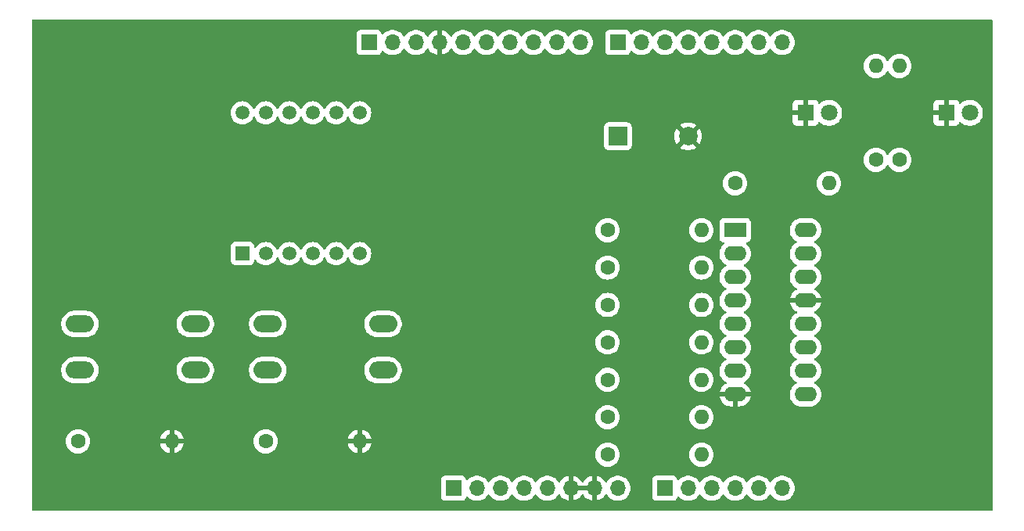
<source format=gbr>
%TF.GenerationSoftware,KiCad,Pcbnew,7.0.1-0*%
%TF.CreationDate,2023-03-30T13:35:29-06:00*%
%TF.ProjectId,Phase_A_UnoShield,50686173-655f-4415-9f55-6e6f53686965,rev?*%
%TF.SameCoordinates,Original*%
%TF.FileFunction,Copper,L2,Bot*%
%TF.FilePolarity,Positive*%
%FSLAX46Y46*%
G04 Gerber Fmt 4.6, Leading zero omitted, Abs format (unit mm)*
G04 Created by KiCad (PCBNEW 7.0.1-0) date 2023-03-30 13:35:29*
%MOMM*%
%LPD*%
G01*
G04 APERTURE LIST*
%TA.AperFunction,ComponentPad*%
%ADD10C,1.500000*%
%TD*%
%TA.AperFunction,ComponentPad*%
%ADD11R,1.500000X1.500000*%
%TD*%
%TA.AperFunction,ComponentPad*%
%ADD12R,1.700000X1.700000*%
%TD*%
%TA.AperFunction,ComponentPad*%
%ADD13O,1.700000X1.700000*%
%TD*%
%TA.AperFunction,ComponentPad*%
%ADD14R,1.800000X1.800000*%
%TD*%
%TA.AperFunction,ComponentPad*%
%ADD15C,1.800000*%
%TD*%
%TA.AperFunction,ComponentPad*%
%ADD16R,2.400000X1.600000*%
%TD*%
%TA.AperFunction,ComponentPad*%
%ADD17O,2.400000X1.600000*%
%TD*%
%TA.AperFunction,ComponentPad*%
%ADD18C,1.600000*%
%TD*%
%TA.AperFunction,ComponentPad*%
%ADD19O,1.600000X1.600000*%
%TD*%
%TA.AperFunction,ComponentPad*%
%ADD20C,2.000000*%
%TD*%
%TA.AperFunction,ComponentPad*%
%ADD21R,2.000000X2.000000*%
%TD*%
%TA.AperFunction,ComponentPad*%
%ADD22O,3.048000X1.850000*%
%TD*%
G04 APERTURE END LIST*
D10*
%TO.P,U1,12,CA1*%
%TO.N,Dig1*%
X105080000Y-56820000D03*
%TO.P,U1,11,a*%
%TO.N,Net-(U1-a)*%
X107620000Y-56820000D03*
%TO.P,U1,10,f*%
%TO.N,Net-(U1-f)*%
X110160000Y-56820000D03*
%TO.P,U1,9,CA2*%
%TO.N,Dig2*%
X112700000Y-56820000D03*
%TO.P,U1,8,CA3*%
%TO.N,Dig3*%
X115240000Y-56820000D03*
%TO.P,U1,7,b*%
%TO.N,Net-(U1-b)*%
X117780000Y-56820000D03*
%TO.P,U1,6,CA4*%
%TO.N,Dig4*%
X117780000Y-72060000D03*
%TO.P,U1,5,g*%
%TO.N,Net-(U1-g)*%
X115240000Y-72060000D03*
%TO.P,U1,4,c*%
%TO.N,Net-(U1-c)*%
X112700000Y-72060000D03*
%TO.P,U1,3,DPX*%
%TO.N,Net-(U1-DPX)*%
X110160000Y-72060000D03*
%TO.P,U1,2,d*%
%TO.N,Net-(U1-d)*%
X107620000Y-72060000D03*
D11*
%TO.P,U1,1,e*%
%TO.N,Net-(U1-e)*%
X105080000Y-72060000D03*
%TD*%
D12*
%TO.P,J1,1,Pin_1*%
%TO.N,unconnected-(J1-Pin_1-Pad1)*%
X127940000Y-97460000D03*
D13*
%TO.P,J1,2,Pin_2*%
%TO.N,/IOREF*%
X130480000Y-97460000D03*
%TO.P,J1,3,Pin_3*%
%TO.N,/~{RESET}*%
X133020000Y-97460000D03*
%TO.P,J1,4,Pin_4*%
%TO.N,+3V3*%
X135560000Y-97460000D03*
%TO.P,J1,5,Pin_5*%
%TO.N,+5V*%
X138100000Y-97460000D03*
%TO.P,J1,6,Pin_6*%
%TO.N,GND*%
X140640000Y-97460000D03*
%TO.P,J1,7,Pin_7*%
X143180000Y-97460000D03*
%TO.P,J1,8,Pin_8*%
%TO.N,VCC*%
X145720000Y-97460000D03*
%TD*%
D12*
%TO.P,J3,1,Pin_1*%
%TO.N,/A0*%
X150800000Y-97460000D03*
D13*
%TO.P,J3,2,Pin_2*%
%TO.N,/A1*%
X153340000Y-97460000D03*
%TO.P,J3,3,Pin_3*%
%TO.N,/A2*%
X155880000Y-97460000D03*
%TO.P,J3,4,Pin_4*%
%TO.N,/A3*%
X158420000Y-97460000D03*
%TO.P,J3,5,Pin_5*%
%TO.N,/SDA{slash}A4*%
X160960000Y-97460000D03*
%TO.P,J3,6,Pin_6*%
%TO.N,/SCL{slash}A5*%
X163500000Y-97460000D03*
%TD*%
%TO.P,J2,10,Pin_10*%
%TO.N,ST_CP*%
X141656000Y-49200000D03*
%TO.P,J2,9,Pin_9*%
%TO.N,DS*%
X139116000Y-49200000D03*
%TO.P,J2,8,Pin_8*%
%TO.N,Dig4*%
X136576000Y-49200000D03*
%TO.P,J2,7,Pin_7*%
%TO.N,Dig3*%
X134036000Y-49200000D03*
%TO.P,J2,6,Pin_6*%
%TO.N,Dig2*%
X131496000Y-49200000D03*
%TO.P,J2,5,Pin_5*%
%TO.N,Dig1*%
X128956000Y-49200000D03*
%TO.P,J2,4,Pin_4*%
%TO.N,GND*%
X126416000Y-49200000D03*
%TO.P,J2,3,Pin_3*%
%TO.N,unconnected-(J2-Pin_3-Pad3)*%
X123876000Y-49200000D03*
%TO.P,J2,2,Pin_2*%
%TO.N,unconnected-(J2-Pin_2-Pad2)*%
X121336000Y-49200000D03*
D12*
%TO.P,J2,1,Pin_1*%
%TO.N,unconnected-(J2-Pin_1-Pad1)*%
X118796000Y-49200000D03*
%TD*%
%TO.P,J4,1,Pin_1*%
%TO.N,SH_CP*%
X145720000Y-49200000D03*
D13*
%TO.P,J4,2,Pin_2*%
%TO.N,Buzzer*%
X148260000Y-49200000D03*
%TO.P,J4,3,Pin_3*%
%TO.N,RED_LED*%
X150800000Y-49200000D03*
%TO.P,J4,4,Pin_4*%
%TO.N,GREEN_LED*%
X153340000Y-49200000D03*
%TO.P,J4,5,Pin_5*%
%TO.N,Button_2*%
X155880000Y-49200000D03*
%TO.P,J4,6,Pin_6*%
%TO.N,Button_1*%
X158420000Y-49200000D03*
%TO.P,J4,7,Pin_7*%
%TO.N,/TX{slash}1*%
X160960000Y-49200000D03*
%TO.P,J4,8,Pin_8*%
%TO.N,/RX{slash}0*%
X163500000Y-49200000D03*
%TD*%
D14*
%TO.P,D2,1,K*%
%TO.N,GND*%
X181280000Y-56820000D03*
D15*
%TO.P,D2,2,A*%
%TO.N,Net-(D2-A)*%
X183820000Y-56820000D03*
%TD*%
D16*
%TO.P,U2,1,QB*%
%TO.N,b*%
X158420000Y-69520000D03*
D17*
%TO.P,U2,2,QC*%
%TO.N,c*%
X158420000Y-72060000D03*
%TO.P,U2,3,QD*%
%TO.N,d*%
X158420000Y-74600000D03*
%TO.P,U2,4,QE*%
%TO.N,e*%
X158420000Y-77140000D03*
%TO.P,U2,5,QF*%
%TO.N,f*%
X158420000Y-79680000D03*
%TO.P,U2,6,QG*%
%TO.N,g*%
X158420000Y-82220000D03*
%TO.P,U2,7,QH*%
%TO.N,dp*%
X158420000Y-84760000D03*
%TO.P,U2,8,GND*%
%TO.N,GND*%
X158420000Y-87300000D03*
%TO.P,U2,9,QH'*%
%TO.N,unconnected-(U2-QH'-Pad9)*%
X166040000Y-87300000D03*
%TO.P,U2,10,~{SRCLR}*%
%TO.N,+5V*%
X166040000Y-84760000D03*
%TO.P,U2,11,SRCLK*%
%TO.N,SH_CP*%
X166040000Y-82220000D03*
%TO.P,U2,12,RCLK*%
%TO.N,ST_CP*%
X166040000Y-79680000D03*
%TO.P,U2,13,~{OE}*%
%TO.N,GND*%
X166040000Y-77140000D03*
%TO.P,U2,14,SER*%
%TO.N,DS*%
X166040000Y-74600000D03*
%TO.P,U2,15,QA*%
%TO.N,a*%
X166040000Y-72060000D03*
%TO.P,U2,16,VCC*%
%TO.N,+5V*%
X166040000Y-69520000D03*
%TD*%
D18*
%TO.P,R8,1*%
%TO.N,d*%
X144610000Y-77620000D03*
D19*
%TO.P,R8,2*%
%TO.N,Net-(U1-d)*%
X154770000Y-77620000D03*
%TD*%
D18*
%TO.P,R5,1*%
%TO.N,a*%
X158420000Y-64440000D03*
D19*
%TO.P,R5,2*%
%TO.N,Net-(U1-a)*%
X168580000Y-64440000D03*
%TD*%
D14*
%TO.P,D1,1,K*%
%TO.N,GND*%
X166040000Y-56820000D03*
D15*
%TO.P,D1,2,A*%
%TO.N,Net-(D1-A)*%
X168580000Y-56820000D03*
%TD*%
D18*
%TO.P,R1,1*%
%TO.N,Button_1*%
X107620000Y-92380000D03*
D19*
%TO.P,R1,2*%
%TO.N,GND*%
X117780000Y-92380000D03*
%TD*%
D20*
%TO.P,LS1,2,2*%
%TO.N,GND*%
X153320000Y-59360000D03*
D21*
%TO.P,LS1,1,1*%
%TO.N,Buzzer*%
X145720000Y-59360000D03*
%TD*%
D19*
%TO.P,R2,2*%
%TO.N,GND*%
X97460000Y-92380000D03*
D18*
%TO.P,R2,1*%
%TO.N,Button_2*%
X87300000Y-92380000D03*
%TD*%
D22*
%TO.P,SW1,1,1*%
%TO.N,+5V*%
X107820000Y-79680000D03*
X120320000Y-79680000D03*
%TO.P,SW1,2,2*%
%TO.N,Button_1*%
X107820000Y-84680000D03*
X120320000Y-84680000D03*
%TD*%
%TO.P,SW2,1,1*%
%TO.N,+5V*%
X87500000Y-79680000D03*
X100000000Y-79680000D03*
%TO.P,SW2,2,2*%
%TO.N,Button_2*%
X87500000Y-84680000D03*
X100000000Y-84680000D03*
%TD*%
D18*
%TO.P,R12,1*%
%TO.N,dp*%
X144610000Y-93820000D03*
D19*
%TO.P,R12,2*%
%TO.N,Net-(U1-DPX)*%
X154770000Y-93820000D03*
%TD*%
D18*
%TO.P,R10,1*%
%TO.N,f*%
X144610000Y-85720000D03*
D19*
%TO.P,R10,2*%
%TO.N,Net-(U1-f)*%
X154770000Y-85720000D03*
%TD*%
D18*
%TO.P,R9,1*%
%TO.N,e*%
X144610000Y-81670000D03*
D19*
%TO.P,R9,2*%
%TO.N,Net-(U1-e)*%
X154770000Y-81670000D03*
%TD*%
D18*
%TO.P,R6,1*%
%TO.N,b*%
X144610000Y-69520000D03*
D19*
%TO.P,R6,2*%
%TO.N,Net-(U1-b)*%
X154770000Y-69520000D03*
%TD*%
D18*
%TO.P,R3,1*%
%TO.N,RED_LED*%
X173660000Y-61900000D03*
D19*
%TO.P,R3,2*%
%TO.N,Net-(D1-A)*%
X173660000Y-51740000D03*
%TD*%
D18*
%TO.P,R7,1*%
%TO.N,c*%
X144610000Y-73570000D03*
D19*
%TO.P,R7,2*%
%TO.N,Net-(U1-c)*%
X154770000Y-73570000D03*
%TD*%
D18*
%TO.P,R11,1*%
%TO.N,g*%
X144610000Y-89770000D03*
D19*
%TO.P,R11,2*%
%TO.N,Net-(U1-g)*%
X154770000Y-89770000D03*
%TD*%
D18*
%TO.P,R4,1*%
%TO.N,GREEN_LED*%
X176200000Y-61900000D03*
D19*
%TO.P,R4,2*%
%TO.N,Net-(D2-A)*%
X176200000Y-51740000D03*
%TD*%
%TA.AperFunction,Conductor*%
%TO.N,GND*%
G36*
X186222500Y-46752113D02*
G01*
X186267887Y-46797500D01*
X186284500Y-46859500D01*
X186284500Y-99800500D01*
X186267887Y-99862500D01*
X186222500Y-99907887D01*
X186160500Y-99924500D01*
X165305480Y-99924500D01*
X100789480Y-99924500D01*
X82419500Y-99924500D01*
X82357500Y-99907887D01*
X82312113Y-99862500D01*
X82295500Y-99800500D01*
X82295500Y-98358634D01*
X126581500Y-98358634D01*
X126588011Y-98419205D01*
X126639110Y-98556203D01*
X126726738Y-98673261D01*
X126843796Y-98760889D01*
X126980794Y-98811988D01*
X126980797Y-98811988D01*
X126980799Y-98811989D01*
X127041362Y-98818500D01*
X128838634Y-98818500D01*
X128838638Y-98818500D01*
X128899201Y-98811989D01*
X128899203Y-98811988D01*
X128899205Y-98811988D01*
X128981097Y-98781443D01*
X129036204Y-98760889D01*
X129153261Y-98673261D01*
X129240889Y-98556204D01*
X129286137Y-98434889D01*
X129322089Y-98383677D01*
X129378471Y-98356539D01*
X129440925Y-98360387D01*
X129493548Y-98394241D01*
X129530969Y-98434890D01*
X129556760Y-98462906D01*
X129734424Y-98601189D01*
X129932426Y-98708342D01*
X130145365Y-98781444D01*
X130367431Y-98818500D01*
X130592569Y-98818500D01*
X130814635Y-98781444D01*
X131027574Y-98708342D01*
X131225576Y-98601189D01*
X131403240Y-98462906D01*
X131555722Y-98297268D01*
X131646190Y-98158795D01*
X131690982Y-98117561D01*
X131750000Y-98102616D01*
X131809018Y-98117561D01*
X131853809Y-98158795D01*
X131944278Y-98297268D01*
X132096760Y-98462906D01*
X132274424Y-98601189D01*
X132472426Y-98708342D01*
X132685365Y-98781444D01*
X132907431Y-98818500D01*
X133132569Y-98818500D01*
X133354635Y-98781444D01*
X133567574Y-98708342D01*
X133765576Y-98601189D01*
X133943240Y-98462906D01*
X134095722Y-98297268D01*
X134186190Y-98158795D01*
X134230982Y-98117561D01*
X134290000Y-98102616D01*
X134349018Y-98117561D01*
X134393809Y-98158795D01*
X134484278Y-98297268D01*
X134636760Y-98462906D01*
X134814424Y-98601189D01*
X135012426Y-98708342D01*
X135225365Y-98781444D01*
X135447431Y-98818500D01*
X135672569Y-98818500D01*
X135894635Y-98781444D01*
X136107574Y-98708342D01*
X136305576Y-98601189D01*
X136483240Y-98462906D01*
X136635722Y-98297268D01*
X136726190Y-98158795D01*
X136770982Y-98117561D01*
X136830000Y-98102616D01*
X136889018Y-98117561D01*
X136933809Y-98158795D01*
X137024278Y-98297268D01*
X137176760Y-98462906D01*
X137354424Y-98601189D01*
X137552426Y-98708342D01*
X137765365Y-98781444D01*
X137987431Y-98818500D01*
X138212569Y-98818500D01*
X138434635Y-98781444D01*
X138647574Y-98708342D01*
X138845576Y-98601189D01*
X139023240Y-98462906D01*
X139175722Y-98297268D01*
X139269748Y-98153349D01*
X139313663Y-98112595D01*
X139371562Y-98097188D01*
X139429926Y-98110726D01*
X139475131Y-98150048D01*
X139601892Y-98331080D01*
X139768918Y-98498106D01*
X139962423Y-98633600D01*
X140176507Y-98733430D01*
X140389999Y-98790635D01*
X140390000Y-98790636D01*
X140390000Y-97710000D01*
X140890000Y-97710000D01*
X140890000Y-98790635D01*
X141103492Y-98733430D01*
X141317576Y-98633600D01*
X141511081Y-98498106D01*
X141678106Y-98331081D01*
X141808425Y-98144968D01*
X141852743Y-98106103D01*
X141910000Y-98092092D01*
X141967257Y-98106103D01*
X142011575Y-98144968D01*
X142141893Y-98331081D01*
X142308918Y-98498106D01*
X142502423Y-98633600D01*
X142716507Y-98733430D01*
X142929999Y-98790635D01*
X142930000Y-98790636D01*
X142930000Y-98790635D01*
X143430000Y-98790635D01*
X143643492Y-98733430D01*
X143857576Y-98633600D01*
X144051081Y-98498106D01*
X144218106Y-98331081D01*
X144344868Y-98150048D01*
X144390072Y-98110726D01*
X144448436Y-98097188D01*
X144506335Y-98112595D01*
X144550252Y-98153351D01*
X144644276Y-98297267D01*
X144723824Y-98383677D01*
X144796760Y-98462906D01*
X144974424Y-98601189D01*
X145172426Y-98708342D01*
X145385365Y-98781444D01*
X145607431Y-98818500D01*
X145832569Y-98818500D01*
X146054635Y-98781444D01*
X146267574Y-98708342D01*
X146465576Y-98601189D01*
X146643240Y-98462906D01*
X146739230Y-98358634D01*
X149441500Y-98358634D01*
X149448011Y-98419205D01*
X149499110Y-98556203D01*
X149586738Y-98673261D01*
X149703796Y-98760889D01*
X149840794Y-98811988D01*
X149840797Y-98811988D01*
X149840799Y-98811989D01*
X149901362Y-98818500D01*
X151698634Y-98818500D01*
X151698638Y-98818500D01*
X151759201Y-98811989D01*
X151759203Y-98811988D01*
X151759205Y-98811988D01*
X151841097Y-98781443D01*
X151896204Y-98760889D01*
X152013261Y-98673261D01*
X152100889Y-98556204D01*
X152146137Y-98434889D01*
X152182089Y-98383677D01*
X152238471Y-98356539D01*
X152300925Y-98360387D01*
X152353548Y-98394241D01*
X152390969Y-98434890D01*
X152416760Y-98462906D01*
X152594424Y-98601189D01*
X152792426Y-98708342D01*
X153005365Y-98781444D01*
X153227431Y-98818500D01*
X153452569Y-98818500D01*
X153674635Y-98781444D01*
X153887574Y-98708342D01*
X154085576Y-98601189D01*
X154263240Y-98462906D01*
X154415722Y-98297268D01*
X154506190Y-98158795D01*
X154550982Y-98117561D01*
X154610000Y-98102616D01*
X154669018Y-98117561D01*
X154713809Y-98158795D01*
X154804278Y-98297268D01*
X154956760Y-98462906D01*
X155134424Y-98601189D01*
X155332426Y-98708342D01*
X155545365Y-98781444D01*
X155767431Y-98818500D01*
X155992569Y-98818500D01*
X156214635Y-98781444D01*
X156427574Y-98708342D01*
X156625576Y-98601189D01*
X156803240Y-98462906D01*
X156955722Y-98297268D01*
X157046190Y-98158795D01*
X157090982Y-98117561D01*
X157150000Y-98102616D01*
X157209018Y-98117561D01*
X157253809Y-98158795D01*
X157344278Y-98297268D01*
X157496760Y-98462906D01*
X157674424Y-98601189D01*
X157872426Y-98708342D01*
X158085365Y-98781444D01*
X158307431Y-98818500D01*
X158532569Y-98818500D01*
X158754635Y-98781444D01*
X158967574Y-98708342D01*
X159165576Y-98601189D01*
X159343240Y-98462906D01*
X159495722Y-98297268D01*
X159586190Y-98158795D01*
X159630982Y-98117561D01*
X159690000Y-98102616D01*
X159749018Y-98117561D01*
X159793809Y-98158795D01*
X159884278Y-98297268D01*
X160036760Y-98462906D01*
X160214424Y-98601189D01*
X160412426Y-98708342D01*
X160625365Y-98781444D01*
X160847431Y-98818500D01*
X161072569Y-98818500D01*
X161294635Y-98781444D01*
X161507574Y-98708342D01*
X161705576Y-98601189D01*
X161883240Y-98462906D01*
X162035722Y-98297268D01*
X162126190Y-98158795D01*
X162170982Y-98117561D01*
X162230000Y-98102616D01*
X162289018Y-98117561D01*
X162333809Y-98158795D01*
X162424278Y-98297268D01*
X162576760Y-98462906D01*
X162754424Y-98601189D01*
X162952426Y-98708342D01*
X163165365Y-98781444D01*
X163387431Y-98818500D01*
X163612569Y-98818500D01*
X163834635Y-98781444D01*
X164047574Y-98708342D01*
X164245576Y-98601189D01*
X164423240Y-98462906D01*
X164575722Y-98297268D01*
X164698860Y-98108791D01*
X164789296Y-97902616D01*
X164844564Y-97684368D01*
X164863156Y-97460000D01*
X164844564Y-97235632D01*
X164789296Y-97017384D01*
X164698860Y-96811209D01*
X164575722Y-96622732D01*
X164423240Y-96457094D01*
X164245576Y-96318811D01*
X164047574Y-96211658D01*
X164047573Y-96211657D01*
X164047572Y-96211657D01*
X163834636Y-96138556D01*
X163612569Y-96101500D01*
X163387431Y-96101500D01*
X163165363Y-96138556D01*
X162952427Y-96211657D01*
X162754424Y-96318811D01*
X162576760Y-96457094D01*
X162424279Y-96622730D01*
X162333809Y-96761205D01*
X162289017Y-96802438D01*
X162230000Y-96817383D01*
X162170983Y-96802438D01*
X162126191Y-96761205D01*
X162035723Y-96622734D01*
X162035722Y-96622732D01*
X161883240Y-96457094D01*
X161705576Y-96318811D01*
X161507574Y-96211658D01*
X161507573Y-96211657D01*
X161507572Y-96211657D01*
X161294636Y-96138556D01*
X161072569Y-96101500D01*
X160847431Y-96101500D01*
X160625363Y-96138556D01*
X160412427Y-96211657D01*
X160214424Y-96318811D01*
X160036760Y-96457094D01*
X159884279Y-96622730D01*
X159793809Y-96761205D01*
X159749017Y-96802438D01*
X159690000Y-96817383D01*
X159630983Y-96802438D01*
X159586191Y-96761205D01*
X159495723Y-96622734D01*
X159495722Y-96622732D01*
X159343240Y-96457094D01*
X159165576Y-96318811D01*
X158967574Y-96211658D01*
X158967573Y-96211657D01*
X158967572Y-96211657D01*
X158754636Y-96138556D01*
X158532569Y-96101500D01*
X158307431Y-96101500D01*
X158085363Y-96138556D01*
X157872427Y-96211657D01*
X157674424Y-96318811D01*
X157496760Y-96457094D01*
X157344279Y-96622730D01*
X157253809Y-96761205D01*
X157209017Y-96802438D01*
X157150000Y-96817383D01*
X157090983Y-96802438D01*
X157046191Y-96761205D01*
X156955723Y-96622734D01*
X156955722Y-96622732D01*
X156803240Y-96457094D01*
X156625576Y-96318811D01*
X156427574Y-96211658D01*
X156427573Y-96211657D01*
X156427572Y-96211657D01*
X156214636Y-96138556D01*
X155992569Y-96101500D01*
X155767431Y-96101500D01*
X155545363Y-96138556D01*
X155332427Y-96211657D01*
X155134424Y-96318811D01*
X154956760Y-96457094D01*
X154804279Y-96622730D01*
X154713809Y-96761205D01*
X154669017Y-96802438D01*
X154610000Y-96817383D01*
X154550983Y-96802438D01*
X154506191Y-96761205D01*
X154415723Y-96622734D01*
X154415722Y-96622732D01*
X154263240Y-96457094D01*
X154085576Y-96318811D01*
X153887574Y-96211658D01*
X153887573Y-96211657D01*
X153887572Y-96211657D01*
X153674636Y-96138556D01*
X153452569Y-96101500D01*
X153227431Y-96101500D01*
X153005363Y-96138556D01*
X152792427Y-96211657D01*
X152594424Y-96318811D01*
X152416759Y-96457094D01*
X152353548Y-96525759D01*
X152300924Y-96559612D01*
X152238470Y-96563460D01*
X152182089Y-96536322D01*
X152146138Y-96485110D01*
X152121427Y-96418861D01*
X152100889Y-96363796D01*
X152042951Y-96286400D01*
X152013261Y-96246738D01*
X151896203Y-96159110D01*
X151759205Y-96108011D01*
X151728919Y-96104755D01*
X151698638Y-96101500D01*
X149901362Y-96101500D01*
X149874445Y-96104393D01*
X149840794Y-96108011D01*
X149703796Y-96159110D01*
X149586738Y-96246738D01*
X149499110Y-96363796D01*
X149448011Y-96500794D01*
X149444393Y-96534445D01*
X149441689Y-96559612D01*
X149441500Y-96561366D01*
X149441500Y-98358634D01*
X146739230Y-98358634D01*
X146795722Y-98297268D01*
X146918860Y-98108791D01*
X147009296Y-97902616D01*
X147064564Y-97684368D01*
X147083156Y-97460000D01*
X147064564Y-97235632D01*
X147009296Y-97017384D01*
X146918860Y-96811209D01*
X146795722Y-96622732D01*
X146643240Y-96457094D01*
X146465576Y-96318811D01*
X146267574Y-96211658D01*
X146267573Y-96211657D01*
X146267572Y-96211657D01*
X146054636Y-96138556D01*
X145832569Y-96101500D01*
X145607431Y-96101500D01*
X145385363Y-96138556D01*
X145172427Y-96211657D01*
X144974424Y-96318811D01*
X144796760Y-96457094D01*
X144644275Y-96622734D01*
X144550250Y-96766650D01*
X144506334Y-96807405D01*
X144448435Y-96822812D01*
X144390071Y-96809274D01*
X144344867Y-96769951D01*
X144218109Y-96588921D01*
X144051081Y-96421893D01*
X143857576Y-96286399D01*
X143643492Y-96186569D01*
X143430000Y-96129364D01*
X143430000Y-98790635D01*
X142930000Y-98790635D01*
X142930000Y-97710000D01*
X140890000Y-97710000D01*
X140390000Y-97710000D01*
X140390000Y-97210000D01*
X140890000Y-97210000D01*
X142930000Y-97210000D01*
X142930000Y-96129364D01*
X142929999Y-96129364D01*
X142716507Y-96186569D01*
X142502421Y-96286400D01*
X142308921Y-96421890D01*
X142141893Y-96588918D01*
X142011575Y-96775032D01*
X141967257Y-96813897D01*
X141910000Y-96827908D01*
X141852743Y-96813897D01*
X141808425Y-96775032D01*
X141678106Y-96588918D01*
X141511081Y-96421893D01*
X141317576Y-96286399D01*
X141103492Y-96186569D01*
X140890000Y-96129364D01*
X140890000Y-97210000D01*
X140390000Y-97210000D01*
X140390000Y-96129364D01*
X140389999Y-96129364D01*
X140176507Y-96186569D01*
X139962421Y-96286400D01*
X139768921Y-96421890D01*
X139601893Y-96588918D01*
X139475132Y-96769952D01*
X139429928Y-96809274D01*
X139371564Y-96822812D01*
X139313665Y-96807405D01*
X139269748Y-96766649D01*
X139175723Y-96622732D01*
X139086451Y-96525759D01*
X139023240Y-96457094D01*
X138845576Y-96318811D01*
X138647574Y-96211658D01*
X138647573Y-96211657D01*
X138647572Y-96211657D01*
X138434636Y-96138556D01*
X138212569Y-96101500D01*
X137987431Y-96101500D01*
X137765363Y-96138556D01*
X137552427Y-96211657D01*
X137354424Y-96318811D01*
X137176760Y-96457094D01*
X137024279Y-96622730D01*
X136933809Y-96761205D01*
X136889017Y-96802438D01*
X136830000Y-96817383D01*
X136770983Y-96802438D01*
X136726191Y-96761205D01*
X136635723Y-96622734D01*
X136635722Y-96622732D01*
X136483240Y-96457094D01*
X136305576Y-96318811D01*
X136107574Y-96211658D01*
X136107573Y-96211657D01*
X136107572Y-96211657D01*
X135894636Y-96138556D01*
X135672569Y-96101500D01*
X135447431Y-96101500D01*
X135225363Y-96138556D01*
X135012427Y-96211657D01*
X134814424Y-96318811D01*
X134636760Y-96457094D01*
X134484279Y-96622730D01*
X134393809Y-96761205D01*
X134349017Y-96802438D01*
X134290000Y-96817383D01*
X134230983Y-96802438D01*
X134186191Y-96761205D01*
X134095723Y-96622734D01*
X134095722Y-96622732D01*
X133943240Y-96457094D01*
X133765576Y-96318811D01*
X133567574Y-96211658D01*
X133567573Y-96211657D01*
X133567572Y-96211657D01*
X133354636Y-96138556D01*
X133132569Y-96101500D01*
X132907431Y-96101500D01*
X132685363Y-96138556D01*
X132472427Y-96211657D01*
X132274424Y-96318811D01*
X132096760Y-96457094D01*
X131944279Y-96622730D01*
X131853809Y-96761205D01*
X131809017Y-96802438D01*
X131750000Y-96817383D01*
X131690983Y-96802438D01*
X131646191Y-96761205D01*
X131555723Y-96622734D01*
X131555722Y-96622732D01*
X131403240Y-96457094D01*
X131225576Y-96318811D01*
X131027574Y-96211658D01*
X131027573Y-96211657D01*
X131027572Y-96211657D01*
X130814636Y-96138556D01*
X130592569Y-96101500D01*
X130367431Y-96101500D01*
X130145363Y-96138556D01*
X129932427Y-96211657D01*
X129734424Y-96318811D01*
X129556759Y-96457094D01*
X129493548Y-96525759D01*
X129440924Y-96559612D01*
X129378470Y-96563460D01*
X129322089Y-96536322D01*
X129286138Y-96485110D01*
X129261427Y-96418861D01*
X129240889Y-96363796D01*
X129182951Y-96286400D01*
X129153261Y-96246738D01*
X129036203Y-96159110D01*
X128899205Y-96108011D01*
X128868919Y-96104755D01*
X128838638Y-96101500D01*
X127041362Y-96101500D01*
X127014445Y-96104393D01*
X126980794Y-96108011D01*
X126843796Y-96159110D01*
X126726738Y-96246738D01*
X126639110Y-96363796D01*
X126588011Y-96500794D01*
X126584393Y-96534445D01*
X126581689Y-96559612D01*
X126581500Y-96561366D01*
X126581500Y-98358634D01*
X82295500Y-98358634D01*
X82295500Y-93819999D01*
X143296501Y-93819999D01*
X143316456Y-94048084D01*
X143375717Y-94269246D01*
X143472474Y-94476744D01*
X143472476Y-94476746D01*
X143472477Y-94476749D01*
X143603802Y-94664300D01*
X143765700Y-94826198D01*
X143953251Y-94957523D01*
X144160757Y-95054284D01*
X144381913Y-95113543D01*
X144610000Y-95133498D01*
X144838087Y-95113543D01*
X145059243Y-95054284D01*
X145266749Y-94957523D01*
X145454300Y-94826198D01*
X145616198Y-94664300D01*
X145747523Y-94476749D01*
X145844284Y-94269243D01*
X145903543Y-94048087D01*
X145923498Y-93820000D01*
X145923498Y-93819999D01*
X153456501Y-93819999D01*
X153476456Y-94048084D01*
X153535717Y-94269246D01*
X153632474Y-94476744D01*
X153632476Y-94476746D01*
X153632477Y-94476749D01*
X153763802Y-94664300D01*
X153925700Y-94826198D01*
X154113251Y-94957523D01*
X154320757Y-95054284D01*
X154541913Y-95113543D01*
X154770000Y-95133498D01*
X154998087Y-95113543D01*
X155219243Y-95054284D01*
X155426749Y-94957523D01*
X155614300Y-94826198D01*
X155776198Y-94664300D01*
X155907523Y-94476749D01*
X156004284Y-94269243D01*
X156063543Y-94048087D01*
X156083498Y-93820000D01*
X156063543Y-93591913D01*
X156004284Y-93370757D01*
X155907523Y-93163251D01*
X155776198Y-92975700D01*
X155614300Y-92813802D01*
X155426749Y-92682477D01*
X155426746Y-92682476D01*
X155426744Y-92682474D01*
X155219246Y-92585717D01*
X155219243Y-92585716D01*
X155108665Y-92556086D01*
X154998084Y-92526456D01*
X154770000Y-92506501D01*
X154541915Y-92526456D01*
X154320753Y-92585717D01*
X154113255Y-92682474D01*
X153925696Y-92813805D01*
X153763805Y-92975696D01*
X153632474Y-93163255D01*
X153535717Y-93370753D01*
X153476456Y-93591915D01*
X153456501Y-93819999D01*
X145923498Y-93819999D01*
X145903543Y-93591913D01*
X145844284Y-93370757D01*
X145747523Y-93163251D01*
X145616198Y-92975700D01*
X145454300Y-92813802D01*
X145266749Y-92682477D01*
X145266746Y-92682476D01*
X145266744Y-92682474D01*
X145059246Y-92585717D01*
X145059243Y-92585716D01*
X144948665Y-92556086D01*
X144838084Y-92526456D01*
X144610000Y-92506501D01*
X144381915Y-92526456D01*
X144160753Y-92585717D01*
X143953255Y-92682474D01*
X143765696Y-92813805D01*
X143603805Y-92975696D01*
X143472474Y-93163255D01*
X143375717Y-93370753D01*
X143316456Y-93591915D01*
X143296501Y-93819999D01*
X82295500Y-93819999D01*
X82295500Y-92379999D01*
X85986501Y-92379999D01*
X86006456Y-92608084D01*
X86026389Y-92682474D01*
X86064934Y-92826326D01*
X86065717Y-92829246D01*
X86162474Y-93036744D01*
X86162476Y-93036746D01*
X86162477Y-93036749D01*
X86293802Y-93224300D01*
X86455700Y-93386198D01*
X86643251Y-93517523D01*
X86850757Y-93614284D01*
X87071913Y-93673543D01*
X87300000Y-93693498D01*
X87528087Y-93673543D01*
X87749243Y-93614284D01*
X87956749Y-93517523D01*
X88144300Y-93386198D01*
X88306198Y-93224300D01*
X88437523Y-93036749D01*
X88534284Y-92829243D01*
X88587671Y-92630000D01*
X96181128Y-92630000D01*
X96233733Y-92826326D01*
X96329865Y-93032480D01*
X96460341Y-93218819D01*
X96621180Y-93379658D01*
X96807519Y-93510134D01*
X97013673Y-93606266D01*
X97209999Y-93658871D01*
X97210000Y-93658872D01*
X97210000Y-92630000D01*
X97710000Y-92630000D01*
X97710000Y-93658871D01*
X97906326Y-93606266D01*
X98112480Y-93510134D01*
X98298819Y-93379658D01*
X98459658Y-93218819D01*
X98590134Y-93032480D01*
X98686266Y-92826326D01*
X98738872Y-92630000D01*
X97710000Y-92630000D01*
X97210000Y-92630000D01*
X96181128Y-92630000D01*
X88587671Y-92630000D01*
X88593543Y-92608087D01*
X88613498Y-92380000D01*
X88613498Y-92379999D01*
X106306501Y-92379999D01*
X106326456Y-92608084D01*
X106346389Y-92682474D01*
X106384934Y-92826326D01*
X106385717Y-92829246D01*
X106482474Y-93036744D01*
X106482476Y-93036746D01*
X106482477Y-93036749D01*
X106613802Y-93224300D01*
X106775700Y-93386198D01*
X106963251Y-93517523D01*
X107170757Y-93614284D01*
X107391913Y-93673543D01*
X107620000Y-93693498D01*
X107848087Y-93673543D01*
X108069243Y-93614284D01*
X108276749Y-93517523D01*
X108464300Y-93386198D01*
X108626198Y-93224300D01*
X108757523Y-93036749D01*
X108854284Y-92829243D01*
X108907671Y-92630000D01*
X116501128Y-92630000D01*
X116553733Y-92826326D01*
X116649865Y-93032480D01*
X116780341Y-93218819D01*
X116941180Y-93379658D01*
X117127519Y-93510134D01*
X117333673Y-93606266D01*
X117529999Y-93658871D01*
X117530000Y-93658872D01*
X117530000Y-92630000D01*
X118030000Y-92630000D01*
X118030000Y-93658871D01*
X118226326Y-93606266D01*
X118432480Y-93510134D01*
X118618819Y-93379658D01*
X118779658Y-93218819D01*
X118910134Y-93032480D01*
X119006266Y-92826326D01*
X119058872Y-92630000D01*
X118030000Y-92630000D01*
X117530000Y-92630000D01*
X116501128Y-92630000D01*
X108907671Y-92630000D01*
X108913543Y-92608087D01*
X108933498Y-92380000D01*
X108913543Y-92151913D01*
X108907671Y-92130000D01*
X116501128Y-92130000D01*
X117530000Y-92130000D01*
X117530000Y-91101128D01*
X118030000Y-91101128D01*
X118030000Y-92130000D01*
X119058872Y-92130000D01*
X119058871Y-92129999D01*
X119006266Y-91933673D01*
X118910134Y-91727519D01*
X118779658Y-91541180D01*
X118618819Y-91380341D01*
X118432480Y-91249865D01*
X118226326Y-91153733D01*
X118030000Y-91101128D01*
X117530000Y-91101128D01*
X117529999Y-91101128D01*
X117333673Y-91153733D01*
X117127519Y-91249865D01*
X116941180Y-91380341D01*
X116780341Y-91541180D01*
X116649865Y-91727519D01*
X116553733Y-91933673D01*
X116501128Y-92129999D01*
X116501128Y-92130000D01*
X108907671Y-92130000D01*
X108854284Y-91930757D01*
X108757523Y-91723251D01*
X108626198Y-91535700D01*
X108464300Y-91373802D01*
X108276749Y-91242477D01*
X108276746Y-91242476D01*
X108276744Y-91242474D01*
X108069246Y-91145717D01*
X108069243Y-91145716D01*
X107902840Y-91101128D01*
X107848084Y-91086456D01*
X107620000Y-91066501D01*
X107391915Y-91086456D01*
X107170753Y-91145717D01*
X106963255Y-91242474D01*
X106775696Y-91373805D01*
X106613805Y-91535696D01*
X106482474Y-91723255D01*
X106385717Y-91930753D01*
X106326456Y-92151915D01*
X106306501Y-92379999D01*
X88613498Y-92379999D01*
X88593543Y-92151913D01*
X88587671Y-92130000D01*
X96181128Y-92130000D01*
X97210000Y-92130000D01*
X97210000Y-91101128D01*
X97710000Y-91101128D01*
X97710000Y-92130000D01*
X98738872Y-92130000D01*
X98738871Y-92129999D01*
X98686266Y-91933673D01*
X98590134Y-91727519D01*
X98459658Y-91541180D01*
X98298819Y-91380341D01*
X98112480Y-91249865D01*
X97906326Y-91153733D01*
X97710000Y-91101128D01*
X97210000Y-91101128D01*
X97209999Y-91101128D01*
X97013673Y-91153733D01*
X96807519Y-91249865D01*
X96621180Y-91380341D01*
X96460341Y-91541180D01*
X96329865Y-91727519D01*
X96233733Y-91933673D01*
X96181128Y-92129999D01*
X96181128Y-92130000D01*
X88587671Y-92130000D01*
X88534284Y-91930757D01*
X88437523Y-91723251D01*
X88306198Y-91535700D01*
X88144300Y-91373802D01*
X87956749Y-91242477D01*
X87956746Y-91242476D01*
X87956744Y-91242474D01*
X87749246Y-91145717D01*
X87749243Y-91145716D01*
X87582840Y-91101128D01*
X87528084Y-91086456D01*
X87300000Y-91066501D01*
X87071915Y-91086456D01*
X86850753Y-91145717D01*
X86643255Y-91242474D01*
X86455696Y-91373805D01*
X86293805Y-91535696D01*
X86162474Y-91723255D01*
X86065717Y-91930753D01*
X86006456Y-92151915D01*
X85986501Y-92379999D01*
X82295500Y-92379999D01*
X82295500Y-89770000D01*
X143296501Y-89770000D01*
X143316456Y-89998084D01*
X143375717Y-90219246D01*
X143472474Y-90426744D01*
X143472476Y-90426746D01*
X143472477Y-90426749D01*
X143603802Y-90614300D01*
X143765700Y-90776198D01*
X143953251Y-90907523D01*
X144160757Y-91004284D01*
X144381913Y-91063543D01*
X144610000Y-91083498D01*
X144838087Y-91063543D01*
X145059243Y-91004284D01*
X145266749Y-90907523D01*
X145454300Y-90776198D01*
X145616198Y-90614300D01*
X145747523Y-90426749D01*
X145844284Y-90219243D01*
X145903543Y-89998087D01*
X145923498Y-89770000D01*
X153456501Y-89770000D01*
X153476456Y-89998084D01*
X153535717Y-90219246D01*
X153632474Y-90426744D01*
X153632476Y-90426746D01*
X153632477Y-90426749D01*
X153763802Y-90614300D01*
X153925700Y-90776198D01*
X154113251Y-90907523D01*
X154320757Y-91004284D01*
X154541913Y-91063543D01*
X154770000Y-91083498D01*
X154998087Y-91063543D01*
X155219243Y-91004284D01*
X155426749Y-90907523D01*
X155614300Y-90776198D01*
X155776198Y-90614300D01*
X155907523Y-90426749D01*
X156004284Y-90219243D01*
X156063543Y-89998087D01*
X156083498Y-89770000D01*
X156063543Y-89541913D01*
X156004284Y-89320757D01*
X155907523Y-89113251D01*
X155776198Y-88925700D01*
X155614300Y-88763802D01*
X155426749Y-88632477D01*
X155426746Y-88632476D01*
X155426744Y-88632474D01*
X155219246Y-88535717D01*
X155219243Y-88535716D01*
X155108665Y-88506086D01*
X154998084Y-88476456D01*
X154770000Y-88456501D01*
X154541915Y-88476456D01*
X154320753Y-88535717D01*
X154113255Y-88632474D01*
X153925696Y-88763805D01*
X153763805Y-88925696D01*
X153632474Y-89113255D01*
X153535717Y-89320753D01*
X153476456Y-89541915D01*
X153456501Y-89770000D01*
X145923498Y-89770000D01*
X145903543Y-89541913D01*
X145844284Y-89320757D01*
X145747523Y-89113251D01*
X145616198Y-88925700D01*
X145454300Y-88763802D01*
X145266749Y-88632477D01*
X145266746Y-88632476D01*
X145266744Y-88632474D01*
X145059246Y-88535717D01*
X145059243Y-88535716D01*
X144948665Y-88506086D01*
X144838084Y-88476456D01*
X144610000Y-88456501D01*
X144381915Y-88476456D01*
X144160753Y-88535717D01*
X143953255Y-88632474D01*
X143765696Y-88763805D01*
X143603805Y-88925696D01*
X143472474Y-89113255D01*
X143375717Y-89320753D01*
X143316456Y-89541915D01*
X143296501Y-89770000D01*
X82295500Y-89770000D01*
X82295500Y-87550000D01*
X156741128Y-87550000D01*
X156793733Y-87746326D01*
X156889865Y-87952480D01*
X157020341Y-88138819D01*
X157181180Y-88299658D01*
X157367519Y-88430134D01*
X157573673Y-88526266D01*
X157793397Y-88585141D01*
X157963235Y-88600000D01*
X158170000Y-88600000D01*
X158170000Y-87550000D01*
X158670000Y-87550000D01*
X158670000Y-88600000D01*
X158876765Y-88600000D01*
X159046602Y-88585141D01*
X159266326Y-88526266D01*
X159472480Y-88430134D01*
X159658819Y-88299658D01*
X159819658Y-88138819D01*
X159950134Y-87952480D01*
X160046266Y-87746326D01*
X160098872Y-87550000D01*
X158670000Y-87550000D01*
X158170000Y-87550000D01*
X156741128Y-87550000D01*
X82295500Y-87550000D01*
X82295500Y-87300000D01*
X164326501Y-87300000D01*
X164346456Y-87528084D01*
X164376086Y-87638664D01*
X164404934Y-87746326D01*
X164405717Y-87749246D01*
X164502474Y-87956744D01*
X164502476Y-87956746D01*
X164502477Y-87956749D01*
X164633802Y-88144300D01*
X164795700Y-88306198D01*
X164983251Y-88437523D01*
X165190757Y-88534284D01*
X165411913Y-88593543D01*
X165485717Y-88600000D01*
X165582871Y-88608500D01*
X165582873Y-88608500D01*
X166497127Y-88608500D01*
X166497129Y-88608500D01*
X166565511Y-88602517D01*
X166668087Y-88593543D01*
X166889243Y-88534284D01*
X167096749Y-88437523D01*
X167284300Y-88306198D01*
X167446198Y-88144300D01*
X167577523Y-87956749D01*
X167674284Y-87749243D01*
X167733543Y-87528087D01*
X167753498Y-87300000D01*
X167733543Y-87071913D01*
X167674284Y-86850757D01*
X167577523Y-86643251D01*
X167446198Y-86455700D01*
X167284300Y-86293802D01*
X167096749Y-86162477D01*
X167063708Y-86147070D01*
X167053655Y-86142382D01*
X167001479Y-86096625D01*
X166982059Y-86030000D01*
X167001479Y-85963375D01*
X167053655Y-85917618D01*
X167056882Y-85916112D01*
X167096749Y-85897523D01*
X167284300Y-85766198D01*
X167446198Y-85604300D01*
X167577523Y-85416749D01*
X167674284Y-85209243D01*
X167733543Y-84988087D01*
X167753498Y-84760000D01*
X167749456Y-84713805D01*
X167737967Y-84582477D01*
X167733543Y-84531913D01*
X167674284Y-84310757D01*
X167577523Y-84103251D01*
X167446198Y-83915700D01*
X167284300Y-83753802D01*
X167096749Y-83622477D01*
X167053655Y-83602382D01*
X167001479Y-83556625D01*
X166982059Y-83490000D01*
X167001479Y-83423375D01*
X167053655Y-83377618D01*
X167056882Y-83376112D01*
X167096749Y-83357523D01*
X167284300Y-83226198D01*
X167446198Y-83064300D01*
X167577523Y-82876749D01*
X167674284Y-82669243D01*
X167733543Y-82448087D01*
X167753498Y-82220000D01*
X167733543Y-81991913D01*
X167674284Y-81770757D01*
X167577523Y-81563251D01*
X167446198Y-81375700D01*
X167284300Y-81213802D01*
X167096749Y-81082477D01*
X167053655Y-81062382D01*
X167001479Y-81016625D01*
X166982059Y-80950000D01*
X167001479Y-80883375D01*
X167053655Y-80837618D01*
X167056882Y-80836112D01*
X167096749Y-80817523D01*
X167284300Y-80686198D01*
X167446198Y-80524300D01*
X167577523Y-80336749D01*
X167674284Y-80129243D01*
X167733543Y-79908087D01*
X167753498Y-79680000D01*
X167733543Y-79451913D01*
X167674284Y-79230757D01*
X167577523Y-79023251D01*
X167446198Y-78835700D01*
X167284300Y-78673802D01*
X167096749Y-78542477D01*
X167096748Y-78542476D01*
X167096746Y-78542475D01*
X167043598Y-78517692D01*
X166991422Y-78471934D01*
X166972003Y-78405309D01*
X166991423Y-78338683D01*
X167043600Y-78292927D01*
X167092481Y-78270133D01*
X167278819Y-78139658D01*
X167439658Y-77978819D01*
X167570134Y-77792480D01*
X167666266Y-77586326D01*
X167718872Y-77390000D01*
X164361128Y-77390000D01*
X164413733Y-77586326D01*
X164509865Y-77792480D01*
X164640341Y-77978819D01*
X164801180Y-78139658D01*
X164987516Y-78270132D01*
X165036400Y-78292927D01*
X165088576Y-78338684D01*
X165107996Y-78405309D01*
X165088577Y-78471934D01*
X165036402Y-78517691D01*
X164983256Y-78542474D01*
X164983255Y-78542475D01*
X164983251Y-78542477D01*
X164795700Y-78673802D01*
X164795696Y-78673805D01*
X164633805Y-78835696D01*
X164502474Y-79023255D01*
X164405717Y-79230753D01*
X164346456Y-79451915D01*
X164326501Y-79680000D01*
X164346456Y-79908084D01*
X164405717Y-80129246D01*
X164502474Y-80336744D01*
X164502476Y-80336746D01*
X164502477Y-80336749D01*
X164633802Y-80524300D01*
X164795700Y-80686198D01*
X164983251Y-80817523D01*
X165023334Y-80836214D01*
X165026345Y-80837618D01*
X165078521Y-80883375D01*
X165097940Y-80950000D01*
X165078521Y-81016625D01*
X165026344Y-81062382D01*
X164983251Y-81082477D01*
X164959947Y-81098795D01*
X164795696Y-81213805D01*
X164633805Y-81375696D01*
X164502474Y-81563255D01*
X164405717Y-81770753D01*
X164346456Y-81991915D01*
X164326501Y-82220000D01*
X164346456Y-82448084D01*
X164405717Y-82669246D01*
X164502474Y-82876744D01*
X164502476Y-82876746D01*
X164502477Y-82876749D01*
X164633802Y-83064300D01*
X164795700Y-83226198D01*
X164983251Y-83357523D01*
X165023334Y-83376214D01*
X165026345Y-83377618D01*
X165078521Y-83423375D01*
X165097940Y-83490000D01*
X165078521Y-83556625D01*
X165026344Y-83602382D01*
X164983251Y-83622477D01*
X164795700Y-83753802D01*
X164795696Y-83753805D01*
X164633805Y-83915696D01*
X164502474Y-84103255D01*
X164405717Y-84310753D01*
X164346456Y-84531915D01*
X164326501Y-84759999D01*
X164346456Y-84988084D01*
X164405717Y-85209246D01*
X164502474Y-85416744D01*
X164502476Y-85416746D01*
X164502477Y-85416749D01*
X164633802Y-85604300D01*
X164795700Y-85766198D01*
X164983251Y-85897523D01*
X165023334Y-85916214D01*
X165026345Y-85917618D01*
X165078521Y-85963375D01*
X165097940Y-86030000D01*
X165078521Y-86096625D01*
X165026345Y-86142382D01*
X164983255Y-86162475D01*
X164983251Y-86162477D01*
X164795700Y-86293802D01*
X164795696Y-86293805D01*
X164633805Y-86455696D01*
X164502474Y-86643255D01*
X164405717Y-86850753D01*
X164346456Y-87071915D01*
X164326501Y-87300000D01*
X82295500Y-87300000D01*
X82295500Y-84798783D01*
X85467500Y-84798783D01*
X85506602Y-85033112D01*
X85567069Y-85209243D01*
X85583740Y-85257804D01*
X85669757Y-85416749D01*
X85696810Y-85466738D01*
X85842724Y-85654211D01*
X85914190Y-85719999D01*
X86017508Y-85815110D01*
X86216391Y-85945046D01*
X86433948Y-86040476D01*
X86664245Y-86098795D01*
X86735230Y-86104676D01*
X86841703Y-86113500D01*
X86841709Y-86113500D01*
X88158291Y-86113500D01*
X88158297Y-86113500D01*
X88255089Y-86105479D01*
X88335755Y-86098795D01*
X88566052Y-86040476D01*
X88783609Y-85945046D01*
X88982492Y-85815110D01*
X89157275Y-85654211D01*
X89303191Y-85466737D01*
X89416260Y-85257804D01*
X89493398Y-85033110D01*
X89532500Y-84798783D01*
X97967500Y-84798783D01*
X98006602Y-85033112D01*
X98067069Y-85209243D01*
X98083740Y-85257804D01*
X98169757Y-85416749D01*
X98196810Y-85466738D01*
X98342724Y-85654211D01*
X98414190Y-85719999D01*
X98517508Y-85815110D01*
X98716391Y-85945046D01*
X98933948Y-86040476D01*
X99164245Y-86098795D01*
X99235230Y-86104676D01*
X99341703Y-86113500D01*
X99341709Y-86113500D01*
X100658291Y-86113500D01*
X100658297Y-86113500D01*
X100755089Y-86105479D01*
X100835755Y-86098795D01*
X101066052Y-86040476D01*
X101283609Y-85945046D01*
X101482492Y-85815110D01*
X101657275Y-85654211D01*
X101803191Y-85466737D01*
X101916260Y-85257804D01*
X101993398Y-85033110D01*
X102032500Y-84798783D01*
X105787500Y-84798783D01*
X105826602Y-85033112D01*
X105887069Y-85209243D01*
X105903740Y-85257804D01*
X105989757Y-85416749D01*
X106016810Y-85466738D01*
X106162724Y-85654211D01*
X106234190Y-85719999D01*
X106337508Y-85815110D01*
X106536391Y-85945046D01*
X106753948Y-86040476D01*
X106984245Y-86098795D01*
X107055230Y-86104676D01*
X107161703Y-86113500D01*
X107161709Y-86113500D01*
X108478291Y-86113500D01*
X108478297Y-86113500D01*
X108575089Y-86105479D01*
X108655755Y-86098795D01*
X108886052Y-86040476D01*
X109103609Y-85945046D01*
X109302492Y-85815110D01*
X109477275Y-85654211D01*
X109623191Y-85466737D01*
X109736260Y-85257804D01*
X109813398Y-85033110D01*
X109852500Y-84798783D01*
X118287500Y-84798783D01*
X118326602Y-85033112D01*
X118387069Y-85209243D01*
X118403740Y-85257804D01*
X118489757Y-85416749D01*
X118516810Y-85466738D01*
X118662724Y-85654211D01*
X118734190Y-85719999D01*
X118837508Y-85815110D01*
X119036391Y-85945046D01*
X119253948Y-86040476D01*
X119484245Y-86098795D01*
X119555230Y-86104676D01*
X119661703Y-86113500D01*
X119661709Y-86113500D01*
X120978291Y-86113500D01*
X120978297Y-86113500D01*
X121075089Y-86105479D01*
X121155755Y-86098795D01*
X121386052Y-86040476D01*
X121603609Y-85945046D01*
X121802492Y-85815110D01*
X121905810Y-85719999D01*
X143296501Y-85719999D01*
X143316456Y-85948084D01*
X143338406Y-86030000D01*
X143369774Y-86147069D01*
X143375717Y-86169246D01*
X143472474Y-86376744D01*
X143472476Y-86376746D01*
X143472477Y-86376749D01*
X143603802Y-86564300D01*
X143765700Y-86726198D01*
X143953251Y-86857523D01*
X144160757Y-86954284D01*
X144381913Y-87013543D01*
X144610000Y-87033498D01*
X144838087Y-87013543D01*
X145059243Y-86954284D01*
X145266749Y-86857523D01*
X145454300Y-86726198D01*
X145616198Y-86564300D01*
X145747523Y-86376749D01*
X145844284Y-86169243D01*
X145903543Y-85948087D01*
X145923498Y-85720000D01*
X145923498Y-85719999D01*
X153456501Y-85719999D01*
X153476456Y-85948084D01*
X153498406Y-86030000D01*
X153529774Y-86147069D01*
X153535717Y-86169246D01*
X153632474Y-86376744D01*
X153632476Y-86376746D01*
X153632477Y-86376749D01*
X153763802Y-86564300D01*
X153925700Y-86726198D01*
X154113251Y-86857523D01*
X154320757Y-86954284D01*
X154541913Y-87013543D01*
X154770000Y-87033498D01*
X154998087Y-87013543D01*
X155219243Y-86954284D01*
X155426749Y-86857523D01*
X155614300Y-86726198D01*
X155776198Y-86564300D01*
X155907523Y-86376749D01*
X156004284Y-86169243D01*
X156063543Y-85948087D01*
X156083498Y-85720000D01*
X156063543Y-85491913D01*
X156004284Y-85270757D01*
X155907523Y-85063251D01*
X155776198Y-84875700D01*
X155660497Y-84759999D01*
X156706501Y-84759999D01*
X156726456Y-84988084D01*
X156785717Y-85209246D01*
X156882474Y-85416744D01*
X156882476Y-85416746D01*
X156882477Y-85416749D01*
X157013802Y-85604300D01*
X157175700Y-85766198D01*
X157363251Y-85897523D01*
X157416401Y-85922307D01*
X157468576Y-85968061D01*
X157487996Y-86034686D01*
X157468578Y-86101311D01*
X157416403Y-86147069D01*
X157367520Y-86169864D01*
X157181180Y-86300341D01*
X157020341Y-86461180D01*
X156889865Y-86647519D01*
X156793733Y-86853673D01*
X156741128Y-87049999D01*
X156741128Y-87050000D01*
X160098872Y-87050000D01*
X160098871Y-87049999D01*
X160046266Y-86853673D01*
X159950134Y-86647519D01*
X159819658Y-86461180D01*
X159658819Y-86300341D01*
X159472482Y-86169866D01*
X159423597Y-86147070D01*
X159371422Y-86101312D01*
X159352003Y-86034686D01*
X159371424Y-85968061D01*
X159423596Y-85922308D01*
X159476749Y-85897523D01*
X159664300Y-85766198D01*
X159826198Y-85604300D01*
X159957523Y-85416749D01*
X160054284Y-85209243D01*
X160113543Y-84988087D01*
X160133498Y-84760000D01*
X160129456Y-84713805D01*
X160117967Y-84582477D01*
X160113543Y-84531913D01*
X160054284Y-84310757D01*
X159957523Y-84103251D01*
X159826198Y-83915700D01*
X159664300Y-83753802D01*
X159476749Y-83622477D01*
X159433655Y-83602382D01*
X159381479Y-83556625D01*
X159362059Y-83490000D01*
X159381479Y-83423375D01*
X159433655Y-83377618D01*
X159436882Y-83376112D01*
X159476749Y-83357523D01*
X159664300Y-83226198D01*
X159826198Y-83064300D01*
X159957523Y-82876749D01*
X160054284Y-82669243D01*
X160113543Y-82448087D01*
X160133498Y-82220000D01*
X160113543Y-81991913D01*
X160054284Y-81770757D01*
X159957523Y-81563251D01*
X159826198Y-81375700D01*
X159664300Y-81213802D01*
X159476749Y-81082477D01*
X159433655Y-81062382D01*
X159381479Y-81016625D01*
X159362059Y-80950000D01*
X159381479Y-80883375D01*
X159433655Y-80837618D01*
X159436882Y-80836112D01*
X159476749Y-80817523D01*
X159664300Y-80686198D01*
X159826198Y-80524300D01*
X159957523Y-80336749D01*
X160054284Y-80129243D01*
X160113543Y-79908087D01*
X160133498Y-79680000D01*
X160113543Y-79451913D01*
X160054284Y-79230757D01*
X159957523Y-79023251D01*
X159826198Y-78835700D01*
X159664300Y-78673802D01*
X159476749Y-78542477D01*
X159433655Y-78522382D01*
X159381479Y-78476625D01*
X159362059Y-78410000D01*
X159381479Y-78343375D01*
X159433655Y-78297618D01*
X159436882Y-78296112D01*
X159476749Y-78277523D01*
X159664300Y-78146198D01*
X159826198Y-77984300D01*
X159957523Y-77796749D01*
X160054284Y-77589243D01*
X160113543Y-77368087D01*
X160133498Y-77140000D01*
X160113543Y-76911913D01*
X160054284Y-76690757D01*
X159957523Y-76483251D01*
X159826198Y-76295700D01*
X159664300Y-76133802D01*
X159476749Y-76002477D01*
X159433653Y-75982381D01*
X159381478Y-75936623D01*
X159362059Y-75869997D01*
X159381480Y-75803372D01*
X159433654Y-75757618D01*
X159476749Y-75737523D01*
X159664300Y-75606198D01*
X159826198Y-75444300D01*
X159957523Y-75256749D01*
X160054284Y-75049243D01*
X160113543Y-74828087D01*
X160133498Y-74600000D01*
X164326501Y-74600000D01*
X164346456Y-74828084D01*
X164405717Y-75049246D01*
X164502474Y-75256744D01*
X164502476Y-75256746D01*
X164502477Y-75256749D01*
X164633802Y-75444300D01*
X164795700Y-75606198D01*
X164983251Y-75737523D01*
X165036401Y-75762307D01*
X165088576Y-75808061D01*
X165107996Y-75874686D01*
X165088578Y-75941311D01*
X165036403Y-75987069D01*
X164987520Y-76009864D01*
X164801180Y-76140341D01*
X164640341Y-76301180D01*
X164509865Y-76487519D01*
X164413733Y-76693673D01*
X164361128Y-76889999D01*
X164361128Y-76890000D01*
X167718872Y-76890000D01*
X167718871Y-76889999D01*
X167666266Y-76693673D01*
X167570134Y-76487519D01*
X167439658Y-76301180D01*
X167278819Y-76140341D01*
X167092482Y-76009866D01*
X167043597Y-75987070D01*
X166991422Y-75941312D01*
X166972003Y-75874686D01*
X166991424Y-75808061D01*
X167043596Y-75762308D01*
X167096749Y-75737523D01*
X167284300Y-75606198D01*
X167446198Y-75444300D01*
X167577523Y-75256749D01*
X167674284Y-75049243D01*
X167733543Y-74828087D01*
X167753498Y-74600000D01*
X167733543Y-74371913D01*
X167674284Y-74150757D01*
X167577523Y-73943251D01*
X167446198Y-73755700D01*
X167284300Y-73593802D01*
X167096749Y-73462477D01*
X167053655Y-73442382D01*
X167001479Y-73396625D01*
X166982059Y-73330000D01*
X167001479Y-73263375D01*
X167053655Y-73217618D01*
X167056882Y-73216112D01*
X167096749Y-73197523D01*
X167284300Y-73066198D01*
X167446198Y-72904300D01*
X167577523Y-72716749D01*
X167674284Y-72509243D01*
X167733543Y-72288087D01*
X167753498Y-72060000D01*
X167733543Y-71831913D01*
X167674284Y-71610757D01*
X167577523Y-71403251D01*
X167446198Y-71215700D01*
X167284300Y-71053802D01*
X167096749Y-70922477D01*
X167053655Y-70902382D01*
X167001479Y-70856625D01*
X166982059Y-70790000D01*
X167001479Y-70723375D01*
X167053655Y-70677618D01*
X167056882Y-70676112D01*
X167096749Y-70657523D01*
X167284300Y-70526198D01*
X167446198Y-70364300D01*
X167577523Y-70176749D01*
X167674284Y-69969243D01*
X167733543Y-69748087D01*
X167753498Y-69520000D01*
X167733543Y-69291913D01*
X167674284Y-69070757D01*
X167577523Y-68863251D01*
X167446198Y-68675700D01*
X167284300Y-68513802D01*
X167096749Y-68382477D01*
X167096746Y-68382476D01*
X167096744Y-68382474D01*
X166889246Y-68285717D01*
X166889243Y-68285716D01*
X166778665Y-68256086D01*
X166668084Y-68226456D01*
X166497129Y-68211500D01*
X166497127Y-68211500D01*
X165582873Y-68211500D01*
X165582871Y-68211500D01*
X165411915Y-68226456D01*
X165190753Y-68285717D01*
X164983255Y-68382474D01*
X164795696Y-68513805D01*
X164633805Y-68675696D01*
X164502474Y-68863255D01*
X164405717Y-69070753D01*
X164346456Y-69291915D01*
X164326501Y-69519999D01*
X164346456Y-69748084D01*
X164405717Y-69969246D01*
X164502474Y-70176744D01*
X164502476Y-70176746D01*
X164502477Y-70176749D01*
X164633802Y-70364300D01*
X164795700Y-70526198D01*
X164983251Y-70657523D01*
X165023334Y-70676214D01*
X165026345Y-70677618D01*
X165078521Y-70723375D01*
X165097940Y-70790000D01*
X165078521Y-70856625D01*
X165026344Y-70902382D01*
X164983251Y-70922477D01*
X164803368Y-71048433D01*
X164795696Y-71053805D01*
X164633805Y-71215696D01*
X164502474Y-71403255D01*
X164405717Y-71610753D01*
X164346456Y-71831915D01*
X164326501Y-72060000D01*
X164346456Y-72288084D01*
X164376086Y-72398665D01*
X164401116Y-72492077D01*
X164405717Y-72509246D01*
X164502474Y-72716744D01*
X164502476Y-72716746D01*
X164502477Y-72716749D01*
X164633802Y-72904300D01*
X164795700Y-73066198D01*
X164983251Y-73197523D01*
X165026345Y-73217618D01*
X165078520Y-73263372D01*
X165097940Y-73329997D01*
X165078522Y-73396622D01*
X165026347Y-73442380D01*
X164983254Y-73462475D01*
X164795696Y-73593805D01*
X164633805Y-73755696D01*
X164502474Y-73943255D01*
X164405717Y-74150753D01*
X164346456Y-74371915D01*
X164326501Y-74600000D01*
X160133498Y-74600000D01*
X160113543Y-74371913D01*
X160054284Y-74150757D01*
X159957523Y-73943251D01*
X159826198Y-73755700D01*
X159664300Y-73593802D01*
X159476749Y-73462477D01*
X159433655Y-73442382D01*
X159381479Y-73396625D01*
X159362059Y-73330000D01*
X159381479Y-73263375D01*
X159433655Y-73217618D01*
X159436882Y-73216112D01*
X159476749Y-73197523D01*
X159664300Y-73066198D01*
X159826198Y-72904300D01*
X159957523Y-72716749D01*
X160054284Y-72509243D01*
X160113543Y-72288087D01*
X160133498Y-72060000D01*
X160113543Y-71831913D01*
X160054284Y-71610757D01*
X159957523Y-71403251D01*
X159826198Y-71215700D01*
X159664300Y-71053802D01*
X159656629Y-71048431D01*
X159617496Y-71003592D01*
X159603762Y-70945679D01*
X159618596Y-70888037D01*
X159658580Y-70843948D01*
X159714500Y-70823569D01*
X159729201Y-70821989D01*
X159729203Y-70821988D01*
X159729205Y-70821988D01*
X159814966Y-70790000D01*
X159866204Y-70770889D01*
X159983261Y-70683261D01*
X160070889Y-70566204D01*
X160121989Y-70429201D01*
X160128500Y-70368638D01*
X160128500Y-68671362D01*
X160121989Y-68610799D01*
X160121988Y-68610797D01*
X160121988Y-68610794D01*
X160070889Y-68473796D01*
X159983261Y-68356738D01*
X159866203Y-68269110D01*
X159729205Y-68218011D01*
X159698919Y-68214755D01*
X159668638Y-68211500D01*
X157171362Y-68211500D01*
X157144445Y-68214393D01*
X157110794Y-68218011D01*
X156973796Y-68269110D01*
X156856738Y-68356738D01*
X156769110Y-68473796D01*
X156718011Y-68610794D01*
X156711500Y-68671366D01*
X156711500Y-70368634D01*
X156718011Y-70429205D01*
X156769110Y-70566203D01*
X156856738Y-70683261D01*
X156973796Y-70770889D01*
X157110794Y-70821988D01*
X157110797Y-70821988D01*
X157110799Y-70821989D01*
X157125497Y-70823569D01*
X157181419Y-70843948D01*
X157221403Y-70888036D01*
X157236237Y-70945677D01*
X157222505Y-71003590D01*
X157183368Y-71048433D01*
X157175698Y-71053803D01*
X157013805Y-71215696D01*
X156882474Y-71403255D01*
X156785717Y-71610753D01*
X156726456Y-71831915D01*
X156706501Y-72060000D01*
X156726456Y-72288084D01*
X156756086Y-72398665D01*
X156781116Y-72492077D01*
X156785717Y-72509246D01*
X156882474Y-72716744D01*
X156882476Y-72716746D01*
X156882477Y-72716749D01*
X157013802Y-72904300D01*
X157175700Y-73066198D01*
X157363251Y-73197523D01*
X157406345Y-73217618D01*
X157458520Y-73263372D01*
X157477940Y-73329997D01*
X157458522Y-73396622D01*
X157406347Y-73442380D01*
X157363254Y-73462475D01*
X157175696Y-73593805D01*
X157013805Y-73755696D01*
X156882474Y-73943255D01*
X156785717Y-74150753D01*
X156726456Y-74371915D01*
X156706501Y-74600000D01*
X156726456Y-74828084D01*
X156785717Y-75049246D01*
X156882474Y-75256744D01*
X156882476Y-75256746D01*
X156882477Y-75256749D01*
X157013802Y-75444300D01*
X157175700Y-75606198D01*
X157363251Y-75737523D01*
X157406345Y-75757618D01*
X157458520Y-75803372D01*
X157477940Y-75869997D01*
X157458522Y-75936622D01*
X157406347Y-75982380D01*
X157363254Y-76002475D01*
X157363251Y-76002476D01*
X157363251Y-76002477D01*
X157352699Y-76009866D01*
X157175696Y-76133805D01*
X157013805Y-76295696D01*
X157013802Y-76295699D01*
X157013802Y-76295700D01*
X156992266Y-76326456D01*
X156882474Y-76483255D01*
X156785717Y-76690753D01*
X156726456Y-76911915D01*
X156706501Y-77140000D01*
X156726456Y-77368084D01*
X156732841Y-77391913D01*
X156784934Y-77586326D01*
X156785717Y-77589246D01*
X156882474Y-77796744D01*
X156882476Y-77796746D01*
X156882477Y-77796749D01*
X157013802Y-77984300D01*
X157175700Y-78146198D01*
X157363251Y-78277523D01*
X157403334Y-78296214D01*
X157406345Y-78297618D01*
X157458521Y-78343375D01*
X157477940Y-78410000D01*
X157458521Y-78476625D01*
X157406344Y-78522382D01*
X157363251Y-78542477D01*
X157175700Y-78673802D01*
X157175696Y-78673805D01*
X157013805Y-78835696D01*
X156882474Y-79023255D01*
X156785717Y-79230753D01*
X156726456Y-79451915D01*
X156706501Y-79680000D01*
X156726456Y-79908084D01*
X156785717Y-80129246D01*
X156882474Y-80336744D01*
X156882476Y-80336746D01*
X156882477Y-80336749D01*
X157013802Y-80524300D01*
X157175700Y-80686198D01*
X157363251Y-80817523D01*
X157403334Y-80836214D01*
X157406345Y-80837618D01*
X157458521Y-80883375D01*
X157477940Y-80950000D01*
X157458521Y-81016625D01*
X157406344Y-81062382D01*
X157363251Y-81082477D01*
X157339947Y-81098795D01*
X157175696Y-81213805D01*
X157013805Y-81375696D01*
X156882474Y-81563255D01*
X156785717Y-81770753D01*
X156726456Y-81991915D01*
X156706501Y-82220000D01*
X156726456Y-82448084D01*
X156785717Y-82669246D01*
X156882474Y-82876744D01*
X156882476Y-82876746D01*
X156882477Y-82876749D01*
X157013802Y-83064300D01*
X157175700Y-83226198D01*
X157363251Y-83357523D01*
X157403334Y-83376214D01*
X157406345Y-83377618D01*
X157458521Y-83423375D01*
X157477940Y-83490000D01*
X157458521Y-83556625D01*
X157406344Y-83602382D01*
X157363251Y-83622477D01*
X157175700Y-83753802D01*
X157175696Y-83753805D01*
X157013805Y-83915696D01*
X156882474Y-84103255D01*
X156785717Y-84310753D01*
X156726456Y-84531915D01*
X156706501Y-84759999D01*
X155660497Y-84759999D01*
X155614300Y-84713802D01*
X155426749Y-84582477D01*
X155426746Y-84582476D01*
X155426744Y-84582474D01*
X155219246Y-84485717D01*
X155219243Y-84485716D01*
X155108665Y-84456086D01*
X154998084Y-84426456D01*
X154770000Y-84406501D01*
X154541915Y-84426456D01*
X154320753Y-84485717D01*
X154113255Y-84582474D01*
X153925696Y-84713805D01*
X153763805Y-84875696D01*
X153632474Y-85063255D01*
X153535717Y-85270753D01*
X153476456Y-85491915D01*
X153456501Y-85719999D01*
X145923498Y-85719999D01*
X145903543Y-85491913D01*
X145844284Y-85270757D01*
X145747523Y-85063251D01*
X145616198Y-84875700D01*
X145454300Y-84713802D01*
X145266749Y-84582477D01*
X145266746Y-84582476D01*
X145266744Y-84582474D01*
X145059246Y-84485717D01*
X145059243Y-84485716D01*
X144948665Y-84456086D01*
X144838084Y-84426456D01*
X144610000Y-84406501D01*
X144381915Y-84426456D01*
X144160753Y-84485717D01*
X143953255Y-84582474D01*
X143765696Y-84713805D01*
X143603805Y-84875696D01*
X143472474Y-85063255D01*
X143375717Y-85270753D01*
X143316456Y-85491915D01*
X143296501Y-85719999D01*
X121905810Y-85719999D01*
X121977275Y-85654211D01*
X122123191Y-85466737D01*
X122236260Y-85257804D01*
X122313398Y-85033110D01*
X122352500Y-84798783D01*
X122352500Y-84561217D01*
X122313398Y-84326890D01*
X122236260Y-84102196D01*
X122123191Y-83893263D01*
X122070236Y-83825226D01*
X121977275Y-83705788D01*
X121864945Y-83602382D01*
X121802492Y-83544890D01*
X121703050Y-83479921D01*
X121603611Y-83414955D01*
X121518492Y-83377618D01*
X121386052Y-83319524D01*
X121155755Y-83261205D01*
X121155753Y-83261204D01*
X121155750Y-83261204D01*
X120978297Y-83246500D01*
X120978291Y-83246500D01*
X119661709Y-83246500D01*
X119661703Y-83246500D01*
X119484249Y-83261204D01*
X119253948Y-83319524D01*
X119036388Y-83414955D01*
X118837509Y-83544889D01*
X118662724Y-83705788D01*
X118516810Y-83893261D01*
X118403738Y-84102200D01*
X118326602Y-84326887D01*
X118287500Y-84561217D01*
X118287500Y-84798783D01*
X109852500Y-84798783D01*
X109852500Y-84561217D01*
X109813398Y-84326890D01*
X109736260Y-84102196D01*
X109623191Y-83893263D01*
X109570236Y-83825226D01*
X109477275Y-83705788D01*
X109364945Y-83602382D01*
X109302492Y-83544890D01*
X109203050Y-83479921D01*
X109103611Y-83414955D01*
X109018492Y-83377618D01*
X108886052Y-83319524D01*
X108655755Y-83261205D01*
X108655753Y-83261204D01*
X108655750Y-83261204D01*
X108478297Y-83246500D01*
X108478291Y-83246500D01*
X107161709Y-83246500D01*
X107161703Y-83246500D01*
X106984249Y-83261204D01*
X106753948Y-83319524D01*
X106536388Y-83414955D01*
X106337509Y-83544889D01*
X106162724Y-83705788D01*
X106016810Y-83893261D01*
X105903738Y-84102200D01*
X105826602Y-84326887D01*
X105787500Y-84561217D01*
X105787500Y-84798783D01*
X102032500Y-84798783D01*
X102032500Y-84561217D01*
X101993398Y-84326890D01*
X101916260Y-84102196D01*
X101803191Y-83893263D01*
X101750236Y-83825226D01*
X101657275Y-83705788D01*
X101544945Y-83602382D01*
X101482492Y-83544890D01*
X101383050Y-83479921D01*
X101283611Y-83414955D01*
X101198492Y-83377618D01*
X101066052Y-83319524D01*
X100835755Y-83261205D01*
X100835753Y-83261204D01*
X100835750Y-83261204D01*
X100658297Y-83246500D01*
X100658291Y-83246500D01*
X99341709Y-83246500D01*
X99341703Y-83246500D01*
X99164249Y-83261204D01*
X98933948Y-83319524D01*
X98716388Y-83414955D01*
X98517509Y-83544889D01*
X98342724Y-83705788D01*
X98196810Y-83893261D01*
X98083738Y-84102200D01*
X98006602Y-84326887D01*
X97967500Y-84561217D01*
X97967500Y-84798783D01*
X89532500Y-84798783D01*
X89532500Y-84561217D01*
X89493398Y-84326890D01*
X89416260Y-84102196D01*
X89303191Y-83893263D01*
X89250236Y-83825226D01*
X89157275Y-83705788D01*
X89044945Y-83602382D01*
X88982492Y-83544890D01*
X88883050Y-83479921D01*
X88783611Y-83414955D01*
X88698492Y-83377618D01*
X88566052Y-83319524D01*
X88335755Y-83261205D01*
X88335753Y-83261204D01*
X88335750Y-83261204D01*
X88158297Y-83246500D01*
X88158291Y-83246500D01*
X86841709Y-83246500D01*
X86841703Y-83246500D01*
X86664249Y-83261204D01*
X86433948Y-83319524D01*
X86216388Y-83414955D01*
X86017509Y-83544889D01*
X85842724Y-83705788D01*
X85696810Y-83893261D01*
X85583738Y-84102200D01*
X85506602Y-84326887D01*
X85467500Y-84561217D01*
X85467500Y-84798783D01*
X82295500Y-84798783D01*
X82295500Y-81670000D01*
X143296501Y-81670000D01*
X143316456Y-81898084D01*
X143375717Y-82119246D01*
X143472474Y-82326744D01*
X143472476Y-82326746D01*
X143472477Y-82326749D01*
X143603802Y-82514300D01*
X143765700Y-82676198D01*
X143953251Y-82807523D01*
X144160757Y-82904284D01*
X144381913Y-82963543D01*
X144610000Y-82983498D01*
X144838087Y-82963543D01*
X145059243Y-82904284D01*
X145266749Y-82807523D01*
X145454300Y-82676198D01*
X145616198Y-82514300D01*
X145747523Y-82326749D01*
X145844284Y-82119243D01*
X145903543Y-81898087D01*
X145923498Y-81670000D01*
X153456501Y-81670000D01*
X153476456Y-81898084D01*
X153535717Y-82119246D01*
X153632474Y-82326744D01*
X153632476Y-82326746D01*
X153632477Y-82326749D01*
X153763802Y-82514300D01*
X153925700Y-82676198D01*
X154113251Y-82807523D01*
X154320757Y-82904284D01*
X154541913Y-82963543D01*
X154770000Y-82983498D01*
X154998087Y-82963543D01*
X155219243Y-82904284D01*
X155426749Y-82807523D01*
X155614300Y-82676198D01*
X155776198Y-82514300D01*
X155907523Y-82326749D01*
X156004284Y-82119243D01*
X156063543Y-81898087D01*
X156083498Y-81670000D01*
X156063543Y-81441913D01*
X156004284Y-81220757D01*
X155939803Y-81082476D01*
X155907525Y-81013255D01*
X155907524Y-81013254D01*
X155907523Y-81013251D01*
X155776198Y-80825700D01*
X155614300Y-80663802D01*
X155426749Y-80532477D01*
X155426746Y-80532476D01*
X155426744Y-80532474D01*
X155219246Y-80435717D01*
X155219243Y-80435716D01*
X155108665Y-80406086D01*
X154998084Y-80376456D01*
X154770000Y-80356501D01*
X154541915Y-80376456D01*
X154320753Y-80435717D01*
X154113255Y-80532474D01*
X154113250Y-80532477D01*
X154113251Y-80532477D01*
X153939398Y-80654211D01*
X153925696Y-80663805D01*
X153763805Y-80825696D01*
X153632474Y-81013255D01*
X153535717Y-81220753D01*
X153476456Y-81441915D01*
X153456501Y-81670000D01*
X145923498Y-81670000D01*
X145903543Y-81441913D01*
X145844284Y-81220757D01*
X145779803Y-81082476D01*
X145747525Y-81013255D01*
X145747524Y-81013254D01*
X145747523Y-81013251D01*
X145616198Y-80825700D01*
X145454300Y-80663802D01*
X145266749Y-80532477D01*
X145266746Y-80532476D01*
X145266744Y-80532474D01*
X145059246Y-80435717D01*
X145059243Y-80435716D01*
X144948665Y-80406086D01*
X144838084Y-80376456D01*
X144610000Y-80356501D01*
X144381915Y-80376456D01*
X144160753Y-80435717D01*
X143953255Y-80532474D01*
X143953250Y-80532477D01*
X143953251Y-80532477D01*
X143779398Y-80654211D01*
X143765696Y-80663805D01*
X143603805Y-80825696D01*
X143472474Y-81013255D01*
X143375717Y-81220753D01*
X143316456Y-81441915D01*
X143296501Y-81670000D01*
X82295500Y-81670000D01*
X82295500Y-79798783D01*
X85467500Y-79798783D01*
X85506602Y-80033112D01*
X85583738Y-80257799D01*
X85583740Y-80257804D01*
X85680022Y-80435717D01*
X85696810Y-80466738D01*
X85842724Y-80654211D01*
X85877472Y-80686198D01*
X86017508Y-80815110D01*
X86216391Y-80945046D01*
X86433948Y-81040476D01*
X86664245Y-81098795D01*
X86735230Y-81104676D01*
X86841703Y-81113500D01*
X86841709Y-81113500D01*
X88158291Y-81113500D01*
X88158297Y-81113500D01*
X88255089Y-81105479D01*
X88335755Y-81098795D01*
X88566052Y-81040476D01*
X88783609Y-80945046D01*
X88982492Y-80815110D01*
X89157275Y-80654211D01*
X89303191Y-80466737D01*
X89416260Y-80257804D01*
X89493398Y-80033110D01*
X89532500Y-79798783D01*
X97967500Y-79798783D01*
X98006602Y-80033112D01*
X98083738Y-80257799D01*
X98083740Y-80257804D01*
X98180022Y-80435717D01*
X98196810Y-80466738D01*
X98342724Y-80654211D01*
X98377472Y-80686198D01*
X98517508Y-80815110D01*
X98716391Y-80945046D01*
X98933948Y-81040476D01*
X99164245Y-81098795D01*
X99235230Y-81104676D01*
X99341703Y-81113500D01*
X99341709Y-81113500D01*
X100658291Y-81113500D01*
X100658297Y-81113500D01*
X100755089Y-81105479D01*
X100835755Y-81098795D01*
X101066052Y-81040476D01*
X101283609Y-80945046D01*
X101482492Y-80815110D01*
X101657275Y-80654211D01*
X101803191Y-80466737D01*
X101916260Y-80257804D01*
X101993398Y-80033110D01*
X102032500Y-79798783D01*
X105787500Y-79798783D01*
X105826602Y-80033112D01*
X105903738Y-80257799D01*
X105903740Y-80257804D01*
X106000022Y-80435717D01*
X106016810Y-80466738D01*
X106162724Y-80654211D01*
X106197472Y-80686198D01*
X106337508Y-80815110D01*
X106536391Y-80945046D01*
X106753948Y-81040476D01*
X106984245Y-81098795D01*
X107055230Y-81104676D01*
X107161703Y-81113500D01*
X107161709Y-81113500D01*
X108478291Y-81113500D01*
X108478297Y-81113500D01*
X108575089Y-81105479D01*
X108655755Y-81098795D01*
X108886052Y-81040476D01*
X109103609Y-80945046D01*
X109302492Y-80815110D01*
X109477275Y-80654211D01*
X109623191Y-80466737D01*
X109736260Y-80257804D01*
X109813398Y-80033110D01*
X109852500Y-79798783D01*
X118287500Y-79798783D01*
X118326602Y-80033112D01*
X118403738Y-80257799D01*
X118403740Y-80257804D01*
X118500022Y-80435717D01*
X118516810Y-80466738D01*
X118662724Y-80654211D01*
X118697472Y-80686198D01*
X118837508Y-80815110D01*
X119036391Y-80945046D01*
X119253948Y-81040476D01*
X119484245Y-81098795D01*
X119555230Y-81104676D01*
X119661703Y-81113500D01*
X119661709Y-81113500D01*
X120978291Y-81113500D01*
X120978297Y-81113500D01*
X121075089Y-81105479D01*
X121155755Y-81098795D01*
X121386052Y-81040476D01*
X121603609Y-80945046D01*
X121802492Y-80815110D01*
X121977275Y-80654211D01*
X122123191Y-80466737D01*
X122236260Y-80257804D01*
X122313398Y-80033110D01*
X122352500Y-79798783D01*
X122352500Y-79561217D01*
X122313398Y-79326890D01*
X122236260Y-79102196D01*
X122123191Y-78893263D01*
X122017541Y-78757523D01*
X121977275Y-78705788D01*
X121882341Y-78618396D01*
X121802492Y-78544890D01*
X121603609Y-78414954D01*
X121386052Y-78319524D01*
X121155755Y-78261205D01*
X121155753Y-78261204D01*
X121155750Y-78261204D01*
X120978297Y-78246500D01*
X120978291Y-78246500D01*
X119661709Y-78246500D01*
X119661703Y-78246500D01*
X119484249Y-78261204D01*
X119253948Y-78319524D01*
X119036388Y-78414955D01*
X118837509Y-78544889D01*
X118662724Y-78705788D01*
X118516810Y-78893261D01*
X118403738Y-79102200D01*
X118326602Y-79326887D01*
X118287500Y-79561217D01*
X118287500Y-79798783D01*
X109852500Y-79798783D01*
X109852500Y-79561217D01*
X109813398Y-79326890D01*
X109736260Y-79102196D01*
X109623191Y-78893263D01*
X109517541Y-78757523D01*
X109477275Y-78705788D01*
X109382341Y-78618396D01*
X109302492Y-78544890D01*
X109103609Y-78414954D01*
X108886052Y-78319524D01*
X108655755Y-78261205D01*
X108655753Y-78261204D01*
X108655750Y-78261204D01*
X108478297Y-78246500D01*
X108478291Y-78246500D01*
X107161709Y-78246500D01*
X107161703Y-78246500D01*
X106984249Y-78261204D01*
X106753948Y-78319524D01*
X106536388Y-78414955D01*
X106337509Y-78544889D01*
X106162724Y-78705788D01*
X106016810Y-78893261D01*
X105903738Y-79102200D01*
X105826602Y-79326887D01*
X105787500Y-79561217D01*
X105787500Y-79798783D01*
X102032500Y-79798783D01*
X102032500Y-79561217D01*
X101993398Y-79326890D01*
X101916260Y-79102196D01*
X101803191Y-78893263D01*
X101697541Y-78757523D01*
X101657275Y-78705788D01*
X101562341Y-78618396D01*
X101482492Y-78544890D01*
X101283609Y-78414954D01*
X101066052Y-78319524D01*
X100835755Y-78261205D01*
X100835753Y-78261204D01*
X100835750Y-78261204D01*
X100658297Y-78246500D01*
X100658291Y-78246500D01*
X99341709Y-78246500D01*
X99341703Y-78246500D01*
X99164249Y-78261204D01*
X98933948Y-78319524D01*
X98716388Y-78414955D01*
X98517509Y-78544889D01*
X98342724Y-78705788D01*
X98196810Y-78893261D01*
X98083738Y-79102200D01*
X98006602Y-79326887D01*
X97967500Y-79561217D01*
X97967500Y-79798783D01*
X89532500Y-79798783D01*
X89532500Y-79561217D01*
X89493398Y-79326890D01*
X89416260Y-79102196D01*
X89303191Y-78893263D01*
X89197541Y-78757523D01*
X89157275Y-78705788D01*
X89062341Y-78618396D01*
X88982492Y-78544890D01*
X88783609Y-78414954D01*
X88566052Y-78319524D01*
X88335755Y-78261205D01*
X88335753Y-78261204D01*
X88335750Y-78261204D01*
X88158297Y-78246500D01*
X88158291Y-78246500D01*
X86841709Y-78246500D01*
X86841703Y-78246500D01*
X86664249Y-78261204D01*
X86433948Y-78319524D01*
X86216388Y-78414955D01*
X86017509Y-78544889D01*
X85842724Y-78705788D01*
X85696810Y-78893261D01*
X85583738Y-79102200D01*
X85506602Y-79326887D01*
X85467500Y-79561217D01*
X85467500Y-79798783D01*
X82295500Y-79798783D01*
X82295500Y-77619999D01*
X143296501Y-77619999D01*
X143316456Y-77848084D01*
X143375717Y-78069246D01*
X143472474Y-78276744D01*
X143472476Y-78276746D01*
X143472477Y-78276749D01*
X143603802Y-78464300D01*
X143765700Y-78626198D01*
X143953251Y-78757523D01*
X144160757Y-78854284D01*
X144381913Y-78913543D01*
X144610000Y-78933498D01*
X144838087Y-78913543D01*
X145059243Y-78854284D01*
X145266749Y-78757523D01*
X145454300Y-78626198D01*
X145616198Y-78464300D01*
X145747523Y-78276749D01*
X145844284Y-78069243D01*
X145903543Y-77848087D01*
X145923498Y-77620000D01*
X145923498Y-77619999D01*
X153456501Y-77619999D01*
X153476456Y-77848084D01*
X153535717Y-78069246D01*
X153632474Y-78276744D01*
X153632476Y-78276746D01*
X153632477Y-78276749D01*
X153763802Y-78464300D01*
X153925700Y-78626198D01*
X154113251Y-78757523D01*
X154320757Y-78854284D01*
X154541913Y-78913543D01*
X154770000Y-78933498D01*
X154998087Y-78913543D01*
X155219243Y-78854284D01*
X155426749Y-78757523D01*
X155614300Y-78626198D01*
X155776198Y-78464300D01*
X155907523Y-78276749D01*
X156004284Y-78069243D01*
X156063543Y-77848087D01*
X156083498Y-77620000D01*
X156063543Y-77391913D01*
X156004284Y-77170757D01*
X155907523Y-76963251D01*
X155776198Y-76775700D01*
X155614300Y-76613802D01*
X155426749Y-76482477D01*
X155426746Y-76482476D01*
X155426744Y-76482474D01*
X155219246Y-76385717D01*
X155219243Y-76385716D01*
X155108664Y-76356086D01*
X154998084Y-76326456D01*
X154770000Y-76306501D01*
X154541915Y-76326456D01*
X154320753Y-76385717D01*
X154113255Y-76482474D01*
X153925696Y-76613805D01*
X153763805Y-76775696D01*
X153632474Y-76963255D01*
X153535717Y-77170753D01*
X153476456Y-77391915D01*
X153456501Y-77619999D01*
X145923498Y-77619999D01*
X145903543Y-77391913D01*
X145844284Y-77170757D01*
X145747523Y-76963251D01*
X145616198Y-76775700D01*
X145454300Y-76613802D01*
X145266749Y-76482477D01*
X145266746Y-76482476D01*
X145266744Y-76482474D01*
X145059246Y-76385717D01*
X145059243Y-76385716D01*
X144948664Y-76356086D01*
X144838084Y-76326456D01*
X144610000Y-76306501D01*
X144381915Y-76326456D01*
X144160753Y-76385717D01*
X143953255Y-76482474D01*
X143765696Y-76613805D01*
X143603805Y-76775696D01*
X143472474Y-76963255D01*
X143375717Y-77170753D01*
X143316456Y-77391915D01*
X143296501Y-77619999D01*
X82295500Y-77619999D01*
X82295500Y-73569999D01*
X143296501Y-73569999D01*
X143316456Y-73798084D01*
X143375717Y-74019246D01*
X143472474Y-74226744D01*
X143472476Y-74226746D01*
X143472477Y-74226749D01*
X143603802Y-74414300D01*
X143765700Y-74576198D01*
X143953251Y-74707523D01*
X144160757Y-74804284D01*
X144381913Y-74863543D01*
X144610000Y-74883498D01*
X144838087Y-74863543D01*
X145059243Y-74804284D01*
X145266749Y-74707523D01*
X145454300Y-74576198D01*
X145616198Y-74414300D01*
X145747523Y-74226749D01*
X145844284Y-74019243D01*
X145903543Y-73798087D01*
X145923498Y-73570000D01*
X145923498Y-73569999D01*
X153456501Y-73569999D01*
X153476456Y-73798084D01*
X153535717Y-74019246D01*
X153632474Y-74226744D01*
X153632476Y-74226746D01*
X153632477Y-74226749D01*
X153763802Y-74414300D01*
X153925700Y-74576198D01*
X154113251Y-74707523D01*
X154320757Y-74804284D01*
X154541913Y-74863543D01*
X154770000Y-74883498D01*
X154998087Y-74863543D01*
X155219243Y-74804284D01*
X155426749Y-74707523D01*
X155614300Y-74576198D01*
X155776198Y-74414300D01*
X155907523Y-74226749D01*
X156004284Y-74019243D01*
X156063543Y-73798087D01*
X156083498Y-73570000D01*
X156063543Y-73341913D01*
X156004284Y-73120757D01*
X155955903Y-73017003D01*
X155907525Y-72913255D01*
X155907524Y-72913254D01*
X155907523Y-72913251D01*
X155776198Y-72725700D01*
X155614300Y-72563802D01*
X155426749Y-72432477D01*
X155426746Y-72432476D01*
X155426744Y-72432474D01*
X155219246Y-72335717D01*
X155219243Y-72335716D01*
X155108664Y-72306086D01*
X154998084Y-72276456D01*
X154770000Y-72256501D01*
X154541915Y-72276456D01*
X154320753Y-72335717D01*
X154113255Y-72432474D01*
X153925696Y-72563805D01*
X153763805Y-72725696D01*
X153763802Y-72725699D01*
X153763802Y-72725700D01*
X153741804Y-72757117D01*
X153632474Y-72913255D01*
X153535717Y-73120753D01*
X153476456Y-73341915D01*
X153456501Y-73569999D01*
X145923498Y-73569999D01*
X145903543Y-73341913D01*
X145844284Y-73120757D01*
X145795903Y-73017003D01*
X145747525Y-72913255D01*
X145747524Y-72913254D01*
X145747523Y-72913251D01*
X145616198Y-72725700D01*
X145454300Y-72563802D01*
X145266749Y-72432477D01*
X145266746Y-72432476D01*
X145266744Y-72432474D01*
X145059246Y-72335717D01*
X145059243Y-72335716D01*
X144948664Y-72306086D01*
X144838084Y-72276456D01*
X144610000Y-72256501D01*
X144381915Y-72276456D01*
X144160753Y-72335717D01*
X143953255Y-72432474D01*
X143765696Y-72563805D01*
X143603805Y-72725696D01*
X143603802Y-72725699D01*
X143603802Y-72725700D01*
X143581804Y-72757117D01*
X143472474Y-72913255D01*
X143375717Y-73120753D01*
X143316456Y-73341915D01*
X143296501Y-73569999D01*
X82295500Y-73569999D01*
X82295500Y-72858634D01*
X103821500Y-72858634D01*
X103828011Y-72919205D01*
X103879110Y-73056203D01*
X103966738Y-73173261D01*
X104083796Y-73260889D01*
X104220794Y-73311988D01*
X104220797Y-73311988D01*
X104220799Y-73311989D01*
X104281362Y-73318500D01*
X105878634Y-73318500D01*
X105878638Y-73318500D01*
X105939201Y-73311989D01*
X105939203Y-73311988D01*
X105939205Y-73311988D01*
X106017124Y-73282924D01*
X106076204Y-73260889D01*
X106193261Y-73173261D01*
X106280889Y-73056204D01*
X106331989Y-72919201D01*
X106338500Y-72858638D01*
X106338500Y-72817233D01*
X106354047Y-72757117D01*
X106396790Y-72712075D01*
X106456010Y-72693403D01*
X106516858Y-72705782D01*
X106564072Y-72746106D01*
X106652251Y-72872038D01*
X106807962Y-73027749D01*
X106988346Y-73154056D01*
X107187924Y-73247120D01*
X107400629Y-73304115D01*
X107620000Y-73323307D01*
X107839371Y-73304115D01*
X108052076Y-73247120D01*
X108251654Y-73154056D01*
X108432038Y-73027749D01*
X108587749Y-72872038D01*
X108714056Y-72691654D01*
X108761224Y-72590499D01*
X108777618Y-72555344D01*
X108823375Y-72503168D01*
X108890000Y-72483748D01*
X108956625Y-72503168D01*
X109002382Y-72555344D01*
X109065941Y-72691649D01*
X109065943Y-72691651D01*
X109065944Y-72691654D01*
X109192251Y-72872038D01*
X109347962Y-73027749D01*
X109528346Y-73154056D01*
X109727924Y-73247120D01*
X109940629Y-73304115D01*
X110160000Y-73323307D01*
X110379371Y-73304115D01*
X110592076Y-73247120D01*
X110791654Y-73154056D01*
X110972038Y-73027749D01*
X111127749Y-72872038D01*
X111254056Y-72691654D01*
X111301224Y-72590499D01*
X111317618Y-72555344D01*
X111363375Y-72503168D01*
X111430000Y-72483748D01*
X111496625Y-72503168D01*
X111542382Y-72555344D01*
X111605941Y-72691649D01*
X111605943Y-72691651D01*
X111605944Y-72691654D01*
X111732251Y-72872038D01*
X111887962Y-73027749D01*
X112068346Y-73154056D01*
X112267924Y-73247120D01*
X112480629Y-73304115D01*
X112700000Y-73323307D01*
X112919371Y-73304115D01*
X113132076Y-73247120D01*
X113331654Y-73154056D01*
X113512038Y-73027749D01*
X113667749Y-72872038D01*
X113794056Y-72691654D01*
X113841224Y-72590499D01*
X113857618Y-72555344D01*
X113903375Y-72503168D01*
X113970000Y-72483748D01*
X114036625Y-72503168D01*
X114082382Y-72555344D01*
X114145941Y-72691649D01*
X114145943Y-72691651D01*
X114145944Y-72691654D01*
X114272251Y-72872038D01*
X114427962Y-73027749D01*
X114608346Y-73154056D01*
X114807924Y-73247120D01*
X115020629Y-73304115D01*
X115240000Y-73323307D01*
X115459371Y-73304115D01*
X115672076Y-73247120D01*
X115871654Y-73154056D01*
X116052038Y-73027749D01*
X116207749Y-72872038D01*
X116334056Y-72691654D01*
X116381224Y-72590499D01*
X116397618Y-72555344D01*
X116443375Y-72503168D01*
X116510000Y-72483748D01*
X116576625Y-72503168D01*
X116622382Y-72555344D01*
X116685941Y-72691649D01*
X116685943Y-72691651D01*
X116685944Y-72691654D01*
X116812251Y-72872038D01*
X116967962Y-73027749D01*
X117148346Y-73154056D01*
X117347924Y-73247120D01*
X117560629Y-73304115D01*
X117780000Y-73323307D01*
X117999371Y-73304115D01*
X118212076Y-73247120D01*
X118411654Y-73154056D01*
X118592038Y-73027749D01*
X118747749Y-72872038D01*
X118874056Y-72691654D01*
X118967120Y-72492076D01*
X119024115Y-72279371D01*
X119043307Y-72060000D01*
X119024115Y-71840629D01*
X118967120Y-71627924D01*
X118874056Y-71428347D01*
X118747749Y-71247962D01*
X118592038Y-71092251D01*
X118411654Y-70965944D01*
X118244581Y-70888037D01*
X118212077Y-70872880D01*
X117999368Y-70815884D01*
X117780000Y-70796692D01*
X117560631Y-70815884D01*
X117347922Y-70872880D01*
X117189532Y-70946739D01*
X117148347Y-70965944D01*
X117022869Y-71053805D01*
X116967958Y-71092254D01*
X116812254Y-71247958D01*
X116812251Y-71247961D01*
X116812251Y-71247962D01*
X116687170Y-71426597D01*
X116685943Y-71428349D01*
X116622382Y-71564656D01*
X116576625Y-71616832D01*
X116510000Y-71636251D01*
X116443375Y-71616832D01*
X116397618Y-71564656D01*
X116383634Y-71534668D01*
X116334056Y-71428347D01*
X116207749Y-71247962D01*
X116052038Y-71092251D01*
X115871654Y-70965944D01*
X115704581Y-70888037D01*
X115672077Y-70872880D01*
X115459368Y-70815884D01*
X115240000Y-70796692D01*
X115020631Y-70815884D01*
X114807922Y-70872880D01*
X114649532Y-70946739D01*
X114608347Y-70965944D01*
X114482869Y-71053805D01*
X114427958Y-71092254D01*
X114272254Y-71247958D01*
X114272251Y-71247961D01*
X114272251Y-71247962D01*
X114147170Y-71426597D01*
X114145943Y-71428349D01*
X114082382Y-71564656D01*
X114036625Y-71616832D01*
X113970000Y-71636251D01*
X113903375Y-71616832D01*
X113857618Y-71564656D01*
X113843634Y-71534668D01*
X113794056Y-71428347D01*
X113667749Y-71247962D01*
X113512038Y-71092251D01*
X113331654Y-70965944D01*
X113164581Y-70888037D01*
X113132077Y-70872880D01*
X112919368Y-70815884D01*
X112700000Y-70796692D01*
X112480631Y-70815884D01*
X112267922Y-70872880D01*
X112109532Y-70946739D01*
X112068347Y-70965944D01*
X111942869Y-71053805D01*
X111887958Y-71092254D01*
X111732254Y-71247958D01*
X111732251Y-71247961D01*
X111732251Y-71247962D01*
X111607170Y-71426597D01*
X111605943Y-71428349D01*
X111542382Y-71564656D01*
X111496625Y-71616832D01*
X111430000Y-71636251D01*
X111363375Y-71616832D01*
X111317618Y-71564656D01*
X111303634Y-71534668D01*
X111254056Y-71428347D01*
X111127749Y-71247962D01*
X110972038Y-71092251D01*
X110791654Y-70965944D01*
X110624581Y-70888037D01*
X110592077Y-70872880D01*
X110379368Y-70815884D01*
X110160000Y-70796692D01*
X109940631Y-70815884D01*
X109727922Y-70872880D01*
X109569532Y-70946739D01*
X109528347Y-70965944D01*
X109402869Y-71053805D01*
X109347958Y-71092254D01*
X109192254Y-71247958D01*
X109192251Y-71247961D01*
X109192251Y-71247962D01*
X109067170Y-71426597D01*
X109065943Y-71428349D01*
X109002382Y-71564656D01*
X108956625Y-71616832D01*
X108890000Y-71636251D01*
X108823375Y-71616832D01*
X108777618Y-71564656D01*
X108763634Y-71534668D01*
X108714056Y-71428347D01*
X108587749Y-71247962D01*
X108432038Y-71092251D01*
X108251654Y-70965944D01*
X108084581Y-70888037D01*
X108052077Y-70872880D01*
X107839368Y-70815884D01*
X107620000Y-70796692D01*
X107400631Y-70815884D01*
X107187922Y-70872880D01*
X107029532Y-70946739D01*
X106988347Y-70965944D01*
X106862869Y-71053805D01*
X106807958Y-71092254D01*
X106652254Y-71247958D01*
X106652251Y-71247961D01*
X106652251Y-71247962D01*
X106571783Y-71362883D01*
X106564075Y-71373891D01*
X106516858Y-71414218D01*
X106456010Y-71426597D01*
X106396790Y-71407925D01*
X106354047Y-71362883D01*
X106338500Y-71302767D01*
X106338500Y-71261366D01*
X106333591Y-71215700D01*
X106331989Y-71200799D01*
X106331988Y-71200797D01*
X106331988Y-71200794D01*
X106280889Y-71063796D01*
X106193261Y-70946738D01*
X106076203Y-70859110D01*
X105939205Y-70808011D01*
X105908919Y-70804755D01*
X105878638Y-70801500D01*
X104281362Y-70801500D01*
X104254445Y-70804393D01*
X104220794Y-70808011D01*
X104083796Y-70859110D01*
X103966738Y-70946738D01*
X103879110Y-71063796D01*
X103828011Y-71200794D01*
X103821500Y-71261366D01*
X103821500Y-72858634D01*
X82295500Y-72858634D01*
X82295500Y-69519999D01*
X143296501Y-69519999D01*
X143316456Y-69748084D01*
X143375717Y-69969246D01*
X143472474Y-70176744D01*
X143472476Y-70176746D01*
X143472477Y-70176749D01*
X143603802Y-70364300D01*
X143765700Y-70526198D01*
X143953251Y-70657523D01*
X144160757Y-70754284D01*
X144381913Y-70813543D01*
X144610000Y-70833498D01*
X144838087Y-70813543D01*
X145059243Y-70754284D01*
X145266749Y-70657523D01*
X145454300Y-70526198D01*
X145616198Y-70364300D01*
X145747523Y-70176749D01*
X145844284Y-69969243D01*
X145903543Y-69748087D01*
X145923498Y-69520000D01*
X145923498Y-69519999D01*
X153456501Y-69519999D01*
X153476456Y-69748084D01*
X153535717Y-69969246D01*
X153632474Y-70176744D01*
X153632476Y-70176746D01*
X153632477Y-70176749D01*
X153763802Y-70364300D01*
X153925700Y-70526198D01*
X154113251Y-70657523D01*
X154320757Y-70754284D01*
X154541913Y-70813543D01*
X154770000Y-70833498D01*
X154998087Y-70813543D01*
X155219243Y-70754284D01*
X155426749Y-70657523D01*
X155614300Y-70526198D01*
X155776198Y-70364300D01*
X155907523Y-70176749D01*
X156004284Y-69969243D01*
X156063543Y-69748087D01*
X156083498Y-69520000D01*
X156063543Y-69291913D01*
X156004284Y-69070757D01*
X155907523Y-68863251D01*
X155776198Y-68675700D01*
X155614300Y-68513802D01*
X155426749Y-68382477D01*
X155426746Y-68382476D01*
X155426744Y-68382474D01*
X155219246Y-68285717D01*
X155219243Y-68285716D01*
X155108665Y-68256086D01*
X154998084Y-68226456D01*
X154770000Y-68206501D01*
X154541915Y-68226456D01*
X154320753Y-68285717D01*
X154113255Y-68382474D01*
X153925696Y-68513805D01*
X153763805Y-68675696D01*
X153632474Y-68863255D01*
X153535717Y-69070753D01*
X153476456Y-69291915D01*
X153456501Y-69519999D01*
X145923498Y-69519999D01*
X145903543Y-69291913D01*
X145844284Y-69070757D01*
X145747523Y-68863251D01*
X145616198Y-68675700D01*
X145454300Y-68513802D01*
X145266749Y-68382477D01*
X145266746Y-68382476D01*
X145266744Y-68382474D01*
X145059246Y-68285717D01*
X145059243Y-68285716D01*
X144948665Y-68256086D01*
X144838084Y-68226456D01*
X144610000Y-68206501D01*
X144381915Y-68226456D01*
X144160753Y-68285717D01*
X143953255Y-68382474D01*
X143765696Y-68513805D01*
X143603805Y-68675696D01*
X143472474Y-68863255D01*
X143375717Y-69070753D01*
X143316456Y-69291915D01*
X143296501Y-69519999D01*
X82295500Y-69519999D01*
X82295500Y-64439999D01*
X157106501Y-64439999D01*
X157126456Y-64668084D01*
X157185717Y-64889246D01*
X157282474Y-65096744D01*
X157282476Y-65096746D01*
X157282477Y-65096749D01*
X157413802Y-65284300D01*
X157575700Y-65446198D01*
X157763251Y-65577523D01*
X157970757Y-65674284D01*
X158191913Y-65733543D01*
X158420000Y-65753498D01*
X158648087Y-65733543D01*
X158869243Y-65674284D01*
X159076749Y-65577523D01*
X159264300Y-65446198D01*
X159426198Y-65284300D01*
X159557523Y-65096749D01*
X159654284Y-64889243D01*
X159713543Y-64668087D01*
X159733498Y-64440000D01*
X159733498Y-64439999D01*
X167266501Y-64439999D01*
X167286456Y-64668084D01*
X167345717Y-64889246D01*
X167442474Y-65096744D01*
X167442476Y-65096746D01*
X167442477Y-65096749D01*
X167573802Y-65284300D01*
X167735700Y-65446198D01*
X167923251Y-65577523D01*
X168130757Y-65674284D01*
X168351913Y-65733543D01*
X168580000Y-65753498D01*
X168808087Y-65733543D01*
X169029243Y-65674284D01*
X169236749Y-65577523D01*
X169424300Y-65446198D01*
X169586198Y-65284300D01*
X169717523Y-65096749D01*
X169814284Y-64889243D01*
X169873543Y-64668087D01*
X169893498Y-64440000D01*
X169873543Y-64211913D01*
X169814284Y-63990757D01*
X169717523Y-63783251D01*
X169586198Y-63595700D01*
X169424300Y-63433802D01*
X169236749Y-63302477D01*
X169236746Y-63302476D01*
X169236744Y-63302474D01*
X169029246Y-63205717D01*
X169029243Y-63205716D01*
X168918665Y-63176086D01*
X168808084Y-63146456D01*
X168580000Y-63126501D01*
X168351915Y-63146456D01*
X168130753Y-63205717D01*
X167923255Y-63302474D01*
X167735696Y-63433805D01*
X167573805Y-63595696D01*
X167442474Y-63783255D01*
X167345717Y-63990753D01*
X167286456Y-64211915D01*
X167266501Y-64439999D01*
X159733498Y-64439999D01*
X159713543Y-64211913D01*
X159654284Y-63990757D01*
X159557523Y-63783251D01*
X159426198Y-63595700D01*
X159264300Y-63433802D01*
X159076749Y-63302477D01*
X159076746Y-63302476D01*
X159076744Y-63302474D01*
X158869246Y-63205717D01*
X158869243Y-63205716D01*
X158758665Y-63176086D01*
X158648084Y-63146456D01*
X158420000Y-63126501D01*
X158191915Y-63146456D01*
X157970753Y-63205717D01*
X157763255Y-63302474D01*
X157575696Y-63433805D01*
X157413805Y-63595696D01*
X157282474Y-63783255D01*
X157185717Y-63990753D01*
X157126456Y-64211915D01*
X157106501Y-64439999D01*
X82295500Y-64439999D01*
X82295500Y-61899999D01*
X172346501Y-61899999D01*
X172366456Y-62128084D01*
X172425717Y-62349246D01*
X172522474Y-62556744D01*
X172522475Y-62556745D01*
X172522477Y-62556749D01*
X172653802Y-62744300D01*
X172815700Y-62906198D01*
X173003251Y-63037523D01*
X173210757Y-63134284D01*
X173431913Y-63193543D01*
X173660000Y-63213498D01*
X173888087Y-63193543D01*
X174109243Y-63134284D01*
X174316749Y-63037523D01*
X174504300Y-62906198D01*
X174666198Y-62744300D01*
X174797523Y-62556749D01*
X174817617Y-62513655D01*
X174863375Y-62461479D01*
X174930000Y-62442059D01*
X174996625Y-62461479D01*
X175042382Y-62513655D01*
X175062477Y-62556749D01*
X175193802Y-62744300D01*
X175355700Y-62906198D01*
X175543251Y-63037523D01*
X175750757Y-63134284D01*
X175971913Y-63193543D01*
X176200000Y-63213498D01*
X176428087Y-63193543D01*
X176649243Y-63134284D01*
X176856749Y-63037523D01*
X177044300Y-62906198D01*
X177206198Y-62744300D01*
X177337523Y-62556749D01*
X177434284Y-62349243D01*
X177493543Y-62128087D01*
X177513498Y-61900000D01*
X177493543Y-61671913D01*
X177434284Y-61450757D01*
X177337523Y-61243251D01*
X177206198Y-61055700D01*
X177044300Y-60893802D01*
X176856749Y-60762477D01*
X176856746Y-60762476D01*
X176856744Y-60762474D01*
X176649246Y-60665717D01*
X176649243Y-60665716D01*
X176478828Y-60620053D01*
X176428084Y-60606456D01*
X176200000Y-60586501D01*
X175971915Y-60606456D01*
X175750753Y-60665717D01*
X175543255Y-60762474D01*
X175355696Y-60893805D01*
X175193805Y-61055696D01*
X175062476Y-61243253D01*
X175042382Y-61286345D01*
X174996625Y-61338521D01*
X174930000Y-61357940D01*
X174863375Y-61338521D01*
X174817618Y-61286345D01*
X174816214Y-61283334D01*
X174797523Y-61243251D01*
X174666198Y-61055700D01*
X174504300Y-60893802D01*
X174316749Y-60762477D01*
X174316746Y-60762476D01*
X174316744Y-60762474D01*
X174109246Y-60665717D01*
X174109243Y-60665716D01*
X173938828Y-60620053D01*
X173888084Y-60606456D01*
X173660000Y-60586501D01*
X173431915Y-60606456D01*
X173210753Y-60665717D01*
X173003255Y-60762474D01*
X172815696Y-60893805D01*
X172653805Y-61055696D01*
X172522474Y-61243255D01*
X172425717Y-61450753D01*
X172366456Y-61671915D01*
X172346501Y-61899999D01*
X82295500Y-61899999D01*
X82295500Y-60408634D01*
X144211500Y-60408634D01*
X144218011Y-60469205D01*
X144269110Y-60606203D01*
X144356738Y-60723261D01*
X144473796Y-60810889D01*
X144610794Y-60861988D01*
X144610797Y-60861988D01*
X144610799Y-60861989D01*
X144671362Y-60868500D01*
X146768634Y-60868500D01*
X146768638Y-60868500D01*
X146829201Y-60861989D01*
X146829203Y-60861988D01*
X146829205Y-60861988D01*
X146944235Y-60819083D01*
X146966204Y-60810889D01*
X147083261Y-60723261D01*
X147170889Y-60606204D01*
X147179316Y-60583610D01*
X152449942Y-60583610D01*
X152496766Y-60620055D01*
X152715393Y-60738368D01*
X152950506Y-60819083D01*
X153195707Y-60860000D01*
X153444293Y-60860000D01*
X153689493Y-60819083D01*
X153924606Y-60738368D01*
X154143233Y-60620053D01*
X154190056Y-60583609D01*
X153320000Y-59713553D01*
X152449942Y-60583609D01*
X152449942Y-60583610D01*
X147179316Y-60583610D01*
X147221989Y-60469201D01*
X147228500Y-60408638D01*
X147228500Y-59359999D01*
X151814858Y-59359999D01*
X151835386Y-59607732D01*
X151896413Y-59848721D01*
X151996268Y-60076370D01*
X152096563Y-60229882D01*
X152096564Y-60229882D01*
X152966447Y-59360001D01*
X153673553Y-59360001D01*
X154543434Y-60229882D01*
X154643730Y-60076369D01*
X154743586Y-59848721D01*
X154804613Y-59607732D01*
X154825141Y-59359999D01*
X154804613Y-59112267D01*
X154743586Y-58871278D01*
X154643730Y-58643630D01*
X154543434Y-58490116D01*
X153673553Y-59360000D01*
X153673553Y-59360001D01*
X152966447Y-59360001D01*
X152966447Y-59360000D01*
X152096564Y-58490116D01*
X151996266Y-58643634D01*
X151896413Y-58871278D01*
X151835386Y-59112267D01*
X151814858Y-59359999D01*
X147228500Y-59359999D01*
X147228500Y-58311362D01*
X147221989Y-58250799D01*
X147221988Y-58250797D01*
X147221988Y-58250794D01*
X147179316Y-58136390D01*
X152449942Y-58136390D01*
X153320000Y-59006447D01*
X153320001Y-59006447D01*
X154190057Y-58136390D01*
X154190056Y-58136388D01*
X154143235Y-58099947D01*
X153924606Y-57981631D01*
X153689493Y-57900916D01*
X153444293Y-57860000D01*
X153195707Y-57860000D01*
X152950506Y-57900916D01*
X152715393Y-57981631D01*
X152496764Y-58099946D01*
X152449942Y-58136388D01*
X152449942Y-58136390D01*
X147179316Y-58136390D01*
X147170889Y-58113796D01*
X147083261Y-57996738D01*
X146966203Y-57909110D01*
X146829205Y-57858011D01*
X146798919Y-57854755D01*
X146768638Y-57851500D01*
X144671362Y-57851500D01*
X144644445Y-57854393D01*
X144610794Y-57858011D01*
X144473796Y-57909110D01*
X144356738Y-57996738D01*
X144269110Y-58113796D01*
X144218011Y-58250794D01*
X144211500Y-58311366D01*
X144211500Y-60408634D01*
X82295500Y-60408634D01*
X82295500Y-56820000D01*
X103816692Y-56820000D01*
X103835884Y-57039368D01*
X103835885Y-57039371D01*
X103892880Y-57252076D01*
X103985944Y-57451654D01*
X104112251Y-57632038D01*
X104267962Y-57787749D01*
X104448346Y-57914056D01*
X104647924Y-58007120D01*
X104860629Y-58064115D01*
X105080000Y-58083307D01*
X105299371Y-58064115D01*
X105512076Y-58007120D01*
X105711654Y-57914056D01*
X105892038Y-57787749D01*
X106047749Y-57632038D01*
X106174056Y-57451654D01*
X106237617Y-57315344D01*
X106283375Y-57263168D01*
X106350000Y-57243748D01*
X106416625Y-57263168D01*
X106462382Y-57315344D01*
X106525941Y-57451649D01*
X106525943Y-57451651D01*
X106525944Y-57451654D01*
X106652251Y-57632038D01*
X106807962Y-57787749D01*
X106988346Y-57914056D01*
X107187924Y-58007120D01*
X107400629Y-58064115D01*
X107620000Y-58083307D01*
X107839371Y-58064115D01*
X108052076Y-58007120D01*
X108251654Y-57914056D01*
X108432038Y-57787749D01*
X108587749Y-57632038D01*
X108714056Y-57451654D01*
X108777617Y-57315344D01*
X108823375Y-57263168D01*
X108890000Y-57243748D01*
X108956625Y-57263168D01*
X109002382Y-57315344D01*
X109065941Y-57451649D01*
X109065943Y-57451651D01*
X109065944Y-57451654D01*
X109192251Y-57632038D01*
X109347962Y-57787749D01*
X109528346Y-57914056D01*
X109727924Y-58007120D01*
X109940629Y-58064115D01*
X110160000Y-58083307D01*
X110379371Y-58064115D01*
X110592076Y-58007120D01*
X110791654Y-57914056D01*
X110972038Y-57787749D01*
X111127749Y-57632038D01*
X111254056Y-57451654D01*
X111317617Y-57315344D01*
X111363375Y-57263168D01*
X111430000Y-57243748D01*
X111496625Y-57263168D01*
X111542382Y-57315344D01*
X111605941Y-57451649D01*
X111605943Y-57451651D01*
X111605944Y-57451654D01*
X111732251Y-57632038D01*
X111887962Y-57787749D01*
X112068346Y-57914056D01*
X112267924Y-58007120D01*
X112480629Y-58064115D01*
X112700000Y-58083307D01*
X112919371Y-58064115D01*
X113132076Y-58007120D01*
X113331654Y-57914056D01*
X113512038Y-57787749D01*
X113667749Y-57632038D01*
X113794056Y-57451654D01*
X113857617Y-57315344D01*
X113903375Y-57263168D01*
X113970000Y-57243748D01*
X114036625Y-57263168D01*
X114082382Y-57315344D01*
X114145941Y-57451649D01*
X114145943Y-57451651D01*
X114145944Y-57451654D01*
X114272251Y-57632038D01*
X114427962Y-57787749D01*
X114608346Y-57914056D01*
X114807924Y-58007120D01*
X115020629Y-58064115D01*
X115240000Y-58083307D01*
X115459371Y-58064115D01*
X115672076Y-58007120D01*
X115871654Y-57914056D01*
X116052038Y-57787749D01*
X116207749Y-57632038D01*
X116334056Y-57451654D01*
X116397617Y-57315344D01*
X116443375Y-57263168D01*
X116510000Y-57243748D01*
X116576625Y-57263168D01*
X116622382Y-57315344D01*
X116685941Y-57451649D01*
X116685943Y-57451651D01*
X116685944Y-57451654D01*
X116812251Y-57632038D01*
X116967962Y-57787749D01*
X117148346Y-57914056D01*
X117347924Y-58007120D01*
X117560629Y-58064115D01*
X117780000Y-58083307D01*
X117999371Y-58064115D01*
X118212076Y-58007120D01*
X118411654Y-57914056D01*
X118592038Y-57787749D01*
X118747749Y-57632038D01*
X118874056Y-57451654D01*
X118967120Y-57252076D01*
X119015908Y-57070000D01*
X164640000Y-57070000D01*
X164640000Y-57767824D01*
X164646402Y-57827375D01*
X164696647Y-57962089D01*
X164782811Y-58077188D01*
X164897910Y-58163352D01*
X165032624Y-58213597D01*
X165092176Y-58220000D01*
X165790000Y-58220000D01*
X166290000Y-58220000D01*
X166987824Y-58220000D01*
X167047375Y-58213597D01*
X167182089Y-58163352D01*
X167297188Y-58077188D01*
X167383352Y-57962088D01*
X167408940Y-57893485D01*
X167444891Y-57842271D01*
X167501273Y-57815133D01*
X167563727Y-57818981D01*
X167616351Y-57852835D01*
X167622776Y-57859815D01*
X167622780Y-57859818D01*
X167806983Y-58003190D01*
X168012273Y-58114287D01*
X168067467Y-58133235D01*
X168233046Y-58190080D01*
X168463288Y-58228500D01*
X168696712Y-58228500D01*
X168926953Y-58190080D01*
X169037338Y-58152183D01*
X169147727Y-58114287D01*
X169353017Y-58003190D01*
X169537220Y-57859818D01*
X169695314Y-57688083D01*
X169822984Y-57492669D01*
X169916749Y-57278907D01*
X169969651Y-57070000D01*
X179880000Y-57070000D01*
X179880000Y-57767824D01*
X179886402Y-57827375D01*
X179936647Y-57962089D01*
X180022811Y-58077188D01*
X180137910Y-58163352D01*
X180272624Y-58213597D01*
X180332176Y-58220000D01*
X181030000Y-58220000D01*
X181530000Y-58220000D01*
X182227824Y-58220000D01*
X182287375Y-58213597D01*
X182422089Y-58163352D01*
X182537188Y-58077188D01*
X182623352Y-57962088D01*
X182648940Y-57893485D01*
X182684891Y-57842271D01*
X182741273Y-57815133D01*
X182803727Y-57818981D01*
X182856351Y-57852835D01*
X182862776Y-57859815D01*
X182862780Y-57859818D01*
X183046983Y-58003190D01*
X183252273Y-58114287D01*
X183307467Y-58133235D01*
X183473046Y-58190080D01*
X183703288Y-58228500D01*
X183936712Y-58228500D01*
X184166953Y-58190080D01*
X184277338Y-58152183D01*
X184387727Y-58114287D01*
X184593017Y-58003190D01*
X184777220Y-57859818D01*
X184935314Y-57688083D01*
X185062984Y-57492669D01*
X185156749Y-57278907D01*
X185214051Y-57052626D01*
X185233327Y-56820000D01*
X185214051Y-56587374D01*
X185156749Y-56361093D01*
X185062984Y-56147331D01*
X184935314Y-55951917D01*
X184777220Y-55780182D01*
X184593017Y-55636810D01*
X184387727Y-55525713D01*
X184387726Y-55525712D01*
X184387725Y-55525712D01*
X184166953Y-55449919D01*
X183936712Y-55411500D01*
X183703288Y-55411500D01*
X183473046Y-55449919D01*
X183252274Y-55525712D01*
X183046983Y-55636810D01*
X182862777Y-55780184D01*
X182856348Y-55787168D01*
X182803724Y-55821019D01*
X182741271Y-55824866D01*
X182684891Y-55797727D01*
X182648940Y-55746514D01*
X182623352Y-55677911D01*
X182537188Y-55562811D01*
X182422089Y-55476647D01*
X182287375Y-55426402D01*
X182227824Y-55420000D01*
X181530000Y-55420000D01*
X181530000Y-58220000D01*
X181030000Y-58220000D01*
X181030000Y-57070000D01*
X179880000Y-57070000D01*
X169969651Y-57070000D01*
X169974051Y-57052626D01*
X169993327Y-56820000D01*
X169974051Y-56587374D01*
X169969651Y-56570000D01*
X179880000Y-56570000D01*
X181030000Y-56570000D01*
X181030000Y-55420000D01*
X180332176Y-55420000D01*
X180272624Y-55426402D01*
X180137910Y-55476647D01*
X180022811Y-55562811D01*
X179936647Y-55677910D01*
X179886402Y-55812624D01*
X179880000Y-55872176D01*
X179880000Y-56570000D01*
X169969651Y-56570000D01*
X169916749Y-56361093D01*
X169822984Y-56147331D01*
X169695314Y-55951917D01*
X169537220Y-55780182D01*
X169353017Y-55636810D01*
X169147727Y-55525713D01*
X169147726Y-55525712D01*
X169147725Y-55525712D01*
X168926953Y-55449919D01*
X168696712Y-55411500D01*
X168463288Y-55411500D01*
X168233046Y-55449919D01*
X168012274Y-55525712D01*
X167806983Y-55636810D01*
X167622777Y-55780184D01*
X167616348Y-55787168D01*
X167563724Y-55821019D01*
X167501271Y-55824866D01*
X167444891Y-55797727D01*
X167408940Y-55746514D01*
X167383352Y-55677911D01*
X167297188Y-55562811D01*
X167182089Y-55476647D01*
X167047375Y-55426402D01*
X166987824Y-55420000D01*
X166290000Y-55420000D01*
X166290000Y-58220000D01*
X165790000Y-58220000D01*
X165790000Y-57070000D01*
X164640000Y-57070000D01*
X119015908Y-57070000D01*
X119024115Y-57039371D01*
X119043307Y-56820000D01*
X119024115Y-56600629D01*
X119015908Y-56570000D01*
X164640000Y-56570000D01*
X165790000Y-56570000D01*
X165790000Y-55420000D01*
X165092176Y-55420000D01*
X165032624Y-55426402D01*
X164897910Y-55476647D01*
X164782811Y-55562811D01*
X164696647Y-55677910D01*
X164646402Y-55812624D01*
X164640000Y-55872176D01*
X164640000Y-56570000D01*
X119015908Y-56570000D01*
X118967120Y-56387924D01*
X118874056Y-56188347D01*
X118747749Y-56007962D01*
X118592038Y-55852251D01*
X118411654Y-55725944D01*
X118308644Y-55677910D01*
X118212077Y-55632880D01*
X117999368Y-55575884D01*
X117780000Y-55556692D01*
X117560631Y-55575884D01*
X117347922Y-55632880D01*
X117148349Y-55725943D01*
X117148347Y-55725944D01*
X117012566Y-55821019D01*
X116967958Y-55852254D01*
X116812254Y-56007958D01*
X116812251Y-56007961D01*
X116812251Y-56007962D01*
X116714665Y-56147330D01*
X116685943Y-56188349D01*
X116622382Y-56324656D01*
X116576625Y-56376832D01*
X116510000Y-56396251D01*
X116443375Y-56376832D01*
X116397618Y-56324656D01*
X116383634Y-56294668D01*
X116334056Y-56188347D01*
X116207749Y-56007962D01*
X116052038Y-55852251D01*
X115871654Y-55725944D01*
X115768644Y-55677910D01*
X115672077Y-55632880D01*
X115459368Y-55575884D01*
X115240000Y-55556692D01*
X115020631Y-55575884D01*
X114807922Y-55632880D01*
X114608349Y-55725943D01*
X114608347Y-55725944D01*
X114472566Y-55821019D01*
X114427958Y-55852254D01*
X114272254Y-56007958D01*
X114272251Y-56007961D01*
X114272251Y-56007962D01*
X114174665Y-56147330D01*
X114145943Y-56188349D01*
X114082382Y-56324656D01*
X114036625Y-56376832D01*
X113970000Y-56396251D01*
X113903375Y-56376832D01*
X113857618Y-56324656D01*
X113843634Y-56294668D01*
X113794056Y-56188347D01*
X113667749Y-56007962D01*
X113512038Y-55852251D01*
X113331654Y-55725944D01*
X113228644Y-55677910D01*
X113132077Y-55632880D01*
X112919368Y-55575884D01*
X112700000Y-55556692D01*
X112480631Y-55575884D01*
X112267922Y-55632880D01*
X112068349Y-55725943D01*
X112068347Y-55725944D01*
X111932566Y-55821019D01*
X111887958Y-55852254D01*
X111732254Y-56007958D01*
X111732251Y-56007961D01*
X111732251Y-56007962D01*
X111634665Y-56147330D01*
X111605943Y-56188349D01*
X111542382Y-56324656D01*
X111496625Y-56376832D01*
X111430000Y-56396251D01*
X111363375Y-56376832D01*
X111317618Y-56324656D01*
X111303634Y-56294668D01*
X111254056Y-56188347D01*
X111127749Y-56007962D01*
X110972038Y-55852251D01*
X110791654Y-55725944D01*
X110688644Y-55677910D01*
X110592077Y-55632880D01*
X110379368Y-55575884D01*
X110160000Y-55556692D01*
X109940631Y-55575884D01*
X109727922Y-55632880D01*
X109528349Y-55725943D01*
X109528347Y-55725944D01*
X109392566Y-55821019D01*
X109347958Y-55852254D01*
X109192254Y-56007958D01*
X109192251Y-56007961D01*
X109192251Y-56007962D01*
X109094665Y-56147330D01*
X109065943Y-56188349D01*
X109002382Y-56324656D01*
X108956625Y-56376832D01*
X108890000Y-56396251D01*
X108823375Y-56376832D01*
X108777618Y-56324656D01*
X108763634Y-56294668D01*
X108714056Y-56188347D01*
X108587749Y-56007962D01*
X108432038Y-55852251D01*
X108251654Y-55725944D01*
X108148644Y-55677910D01*
X108052077Y-55632880D01*
X107839368Y-55575884D01*
X107620000Y-55556692D01*
X107400631Y-55575884D01*
X107187922Y-55632880D01*
X106988349Y-55725943D01*
X106988347Y-55725944D01*
X106852566Y-55821019D01*
X106807958Y-55852254D01*
X106652254Y-56007958D01*
X106652251Y-56007961D01*
X106652251Y-56007962D01*
X106554665Y-56147330D01*
X106525943Y-56188349D01*
X106462382Y-56324656D01*
X106416625Y-56376832D01*
X106350000Y-56396251D01*
X106283375Y-56376832D01*
X106237618Y-56324656D01*
X106223634Y-56294668D01*
X106174056Y-56188347D01*
X106047749Y-56007962D01*
X105892038Y-55852251D01*
X105711654Y-55725944D01*
X105608644Y-55677910D01*
X105512077Y-55632880D01*
X105299368Y-55575884D01*
X105080000Y-55556692D01*
X104860631Y-55575884D01*
X104647922Y-55632880D01*
X104448349Y-55725943D01*
X104448347Y-55725944D01*
X104312566Y-55821019D01*
X104267958Y-55852254D01*
X104112254Y-56007958D01*
X104112251Y-56007961D01*
X104112251Y-56007962D01*
X104014665Y-56147330D01*
X103985943Y-56188349D01*
X103892880Y-56387922D01*
X103835884Y-56600631D01*
X103816692Y-56820000D01*
X82295500Y-56820000D01*
X82295500Y-51739999D01*
X172346501Y-51739999D01*
X172366456Y-51968084D01*
X172425717Y-52189246D01*
X172522474Y-52396744D01*
X172522475Y-52396745D01*
X172522477Y-52396749D01*
X172653802Y-52584300D01*
X172815700Y-52746198D01*
X173003251Y-52877523D01*
X173210757Y-52974284D01*
X173431913Y-53033543D01*
X173660000Y-53053498D01*
X173888087Y-53033543D01*
X174109243Y-52974284D01*
X174316749Y-52877523D01*
X174504300Y-52746198D01*
X174666198Y-52584300D01*
X174797523Y-52396749D01*
X174817617Y-52353655D01*
X174863375Y-52301479D01*
X174930000Y-52282059D01*
X174996625Y-52301479D01*
X175042382Y-52353655D01*
X175062477Y-52396749D01*
X175193802Y-52584300D01*
X175355700Y-52746198D01*
X175543251Y-52877523D01*
X175750757Y-52974284D01*
X175971913Y-53033543D01*
X176200000Y-53053498D01*
X176428087Y-53033543D01*
X176649243Y-52974284D01*
X176856749Y-52877523D01*
X177044300Y-52746198D01*
X177206198Y-52584300D01*
X177337523Y-52396749D01*
X177434284Y-52189243D01*
X177493543Y-51968087D01*
X177513498Y-51740000D01*
X177493543Y-51511913D01*
X177434284Y-51290757D01*
X177337523Y-51083251D01*
X177206198Y-50895700D01*
X177044300Y-50733802D01*
X176856749Y-50602477D01*
X176856746Y-50602476D01*
X176856744Y-50602474D01*
X176649246Y-50505717D01*
X176649243Y-50505716D01*
X176528751Y-50473430D01*
X176428084Y-50446456D01*
X176200000Y-50426501D01*
X175971915Y-50446456D01*
X175750753Y-50505717D01*
X175543255Y-50602474D01*
X175355696Y-50733805D01*
X175193805Y-50895696D01*
X175062476Y-51083253D01*
X175042382Y-51126345D01*
X174996625Y-51178521D01*
X174930000Y-51197940D01*
X174863375Y-51178521D01*
X174817618Y-51126345D01*
X174816214Y-51123334D01*
X174797523Y-51083251D01*
X174666198Y-50895700D01*
X174504300Y-50733802D01*
X174316749Y-50602477D01*
X174316746Y-50602476D01*
X174316744Y-50602474D01*
X174109246Y-50505717D01*
X174109243Y-50505716D01*
X173988751Y-50473430D01*
X173888084Y-50446456D01*
X173660000Y-50426501D01*
X173431915Y-50446456D01*
X173210753Y-50505717D01*
X173003255Y-50602474D01*
X172815696Y-50733805D01*
X172653805Y-50895696D01*
X172522474Y-51083255D01*
X172425717Y-51290753D01*
X172366456Y-51511915D01*
X172346501Y-51739999D01*
X82295500Y-51739999D01*
X82295500Y-50098634D01*
X117437500Y-50098634D01*
X117444011Y-50159205D01*
X117495110Y-50296203D01*
X117582738Y-50413261D01*
X117699796Y-50500889D01*
X117836794Y-50551988D01*
X117836797Y-50551988D01*
X117836799Y-50551989D01*
X117897362Y-50558500D01*
X119694634Y-50558500D01*
X119694638Y-50558500D01*
X119755201Y-50551989D01*
X119755203Y-50551988D01*
X119755205Y-50551988D01*
X119837097Y-50521443D01*
X119892204Y-50500889D01*
X120009261Y-50413261D01*
X120096889Y-50296204D01*
X120142137Y-50174889D01*
X120178089Y-50123677D01*
X120234471Y-50096539D01*
X120296925Y-50100387D01*
X120349548Y-50134241D01*
X120386969Y-50174890D01*
X120412760Y-50202906D01*
X120590424Y-50341189D01*
X120788426Y-50448342D01*
X121001365Y-50521444D01*
X121223431Y-50558500D01*
X121448569Y-50558500D01*
X121670635Y-50521444D01*
X121883574Y-50448342D01*
X122081576Y-50341189D01*
X122259240Y-50202906D01*
X122411722Y-50037268D01*
X122502190Y-49898795D01*
X122546982Y-49857561D01*
X122606000Y-49842616D01*
X122665018Y-49857561D01*
X122709809Y-49898795D01*
X122800278Y-50037268D01*
X122952760Y-50202906D01*
X123130424Y-50341189D01*
X123328426Y-50448342D01*
X123541365Y-50521444D01*
X123763431Y-50558500D01*
X123988569Y-50558500D01*
X124210635Y-50521444D01*
X124423574Y-50448342D01*
X124621576Y-50341189D01*
X124799240Y-50202906D01*
X124951722Y-50037268D01*
X125045748Y-49893349D01*
X125089663Y-49852595D01*
X125147562Y-49837188D01*
X125205926Y-49850726D01*
X125251131Y-49890048D01*
X125377892Y-50071080D01*
X125544918Y-50238106D01*
X125738423Y-50373600D01*
X125952507Y-50473430D01*
X126165999Y-50530635D01*
X126166000Y-50530636D01*
X126166000Y-50530635D01*
X126666000Y-50530635D01*
X126879492Y-50473430D01*
X127093576Y-50373600D01*
X127287081Y-50238106D01*
X127454106Y-50071081D01*
X127580868Y-49890048D01*
X127626072Y-49850726D01*
X127684436Y-49837188D01*
X127742335Y-49852595D01*
X127786252Y-49893351D01*
X127880276Y-50037267D01*
X127959824Y-50123677D01*
X128032760Y-50202906D01*
X128210424Y-50341189D01*
X128408426Y-50448342D01*
X128621365Y-50521444D01*
X128843431Y-50558500D01*
X129068569Y-50558500D01*
X129290635Y-50521444D01*
X129503574Y-50448342D01*
X129701576Y-50341189D01*
X129879240Y-50202906D01*
X130031722Y-50037268D01*
X130122190Y-49898795D01*
X130166982Y-49857561D01*
X130226000Y-49842616D01*
X130285018Y-49857561D01*
X130329809Y-49898795D01*
X130420278Y-50037268D01*
X130572760Y-50202906D01*
X130750424Y-50341189D01*
X130948426Y-50448342D01*
X131161365Y-50521444D01*
X131383431Y-50558500D01*
X131608569Y-50558500D01*
X131830635Y-50521444D01*
X132043574Y-50448342D01*
X132241576Y-50341189D01*
X132419240Y-50202906D01*
X132571722Y-50037268D01*
X132662190Y-49898795D01*
X132706982Y-49857561D01*
X132766000Y-49842616D01*
X132825018Y-49857561D01*
X132869809Y-49898795D01*
X132960278Y-50037268D01*
X133112760Y-50202906D01*
X133290424Y-50341189D01*
X133488426Y-50448342D01*
X133701365Y-50521444D01*
X133923431Y-50558500D01*
X134148569Y-50558500D01*
X134370635Y-50521444D01*
X134583574Y-50448342D01*
X134781576Y-50341189D01*
X134959240Y-50202906D01*
X135111722Y-50037268D01*
X135202190Y-49898795D01*
X135246982Y-49857561D01*
X135306000Y-49842616D01*
X135365018Y-49857561D01*
X135409809Y-49898795D01*
X135500278Y-50037268D01*
X135652760Y-50202906D01*
X135830424Y-50341189D01*
X136028426Y-50448342D01*
X136241365Y-50521444D01*
X136463431Y-50558500D01*
X136688569Y-50558500D01*
X136910635Y-50521444D01*
X137123574Y-50448342D01*
X137321576Y-50341189D01*
X137499240Y-50202906D01*
X137651722Y-50037268D01*
X137742190Y-49898795D01*
X137786982Y-49857561D01*
X137846000Y-49842616D01*
X137905018Y-49857561D01*
X137949809Y-49898795D01*
X138040278Y-50037268D01*
X138192760Y-50202906D01*
X138370424Y-50341189D01*
X138568426Y-50448342D01*
X138781365Y-50521444D01*
X139003431Y-50558500D01*
X139228569Y-50558500D01*
X139450635Y-50521444D01*
X139663574Y-50448342D01*
X139861576Y-50341189D01*
X140039240Y-50202906D01*
X140191722Y-50037268D01*
X140282190Y-49898795D01*
X140326982Y-49857561D01*
X140386000Y-49842616D01*
X140445018Y-49857561D01*
X140489809Y-49898795D01*
X140580278Y-50037268D01*
X140732760Y-50202906D01*
X140910424Y-50341189D01*
X141108426Y-50448342D01*
X141321365Y-50521444D01*
X141543431Y-50558500D01*
X141768569Y-50558500D01*
X141990635Y-50521444D01*
X142203574Y-50448342D01*
X142401576Y-50341189D01*
X142579240Y-50202906D01*
X142675230Y-50098634D01*
X144361500Y-50098634D01*
X144368011Y-50159205D01*
X144419110Y-50296203D01*
X144506738Y-50413261D01*
X144623796Y-50500889D01*
X144760794Y-50551988D01*
X144760797Y-50551988D01*
X144760799Y-50551989D01*
X144821362Y-50558500D01*
X146618634Y-50558500D01*
X146618638Y-50558500D01*
X146679201Y-50551989D01*
X146679203Y-50551988D01*
X146679205Y-50551988D01*
X146761097Y-50521443D01*
X146816204Y-50500889D01*
X146933261Y-50413261D01*
X147020889Y-50296204D01*
X147066137Y-50174889D01*
X147102089Y-50123677D01*
X147158471Y-50096539D01*
X147220925Y-50100387D01*
X147273548Y-50134241D01*
X147310969Y-50174890D01*
X147336760Y-50202906D01*
X147514424Y-50341189D01*
X147712426Y-50448342D01*
X147925365Y-50521444D01*
X148147431Y-50558500D01*
X148372569Y-50558500D01*
X148594635Y-50521444D01*
X148807574Y-50448342D01*
X149005576Y-50341189D01*
X149183240Y-50202906D01*
X149335722Y-50037268D01*
X149426190Y-49898795D01*
X149470982Y-49857561D01*
X149530000Y-49842616D01*
X149589018Y-49857561D01*
X149633809Y-49898795D01*
X149724278Y-50037268D01*
X149876760Y-50202906D01*
X150054424Y-50341189D01*
X150252426Y-50448342D01*
X150465365Y-50521444D01*
X150687431Y-50558500D01*
X150912569Y-50558500D01*
X151134635Y-50521444D01*
X151347574Y-50448342D01*
X151545576Y-50341189D01*
X151723240Y-50202906D01*
X151875722Y-50037268D01*
X151966190Y-49898795D01*
X152010982Y-49857561D01*
X152070000Y-49842616D01*
X152129018Y-49857561D01*
X152173809Y-49898795D01*
X152264278Y-50037268D01*
X152416760Y-50202906D01*
X152594424Y-50341189D01*
X152792426Y-50448342D01*
X153005365Y-50521444D01*
X153227431Y-50558500D01*
X153452569Y-50558500D01*
X153674635Y-50521444D01*
X153887574Y-50448342D01*
X154085576Y-50341189D01*
X154263240Y-50202906D01*
X154415722Y-50037268D01*
X154506190Y-49898795D01*
X154550982Y-49857561D01*
X154610000Y-49842616D01*
X154669018Y-49857561D01*
X154713809Y-49898795D01*
X154804278Y-50037268D01*
X154956760Y-50202906D01*
X155134424Y-50341189D01*
X155332426Y-50448342D01*
X155545365Y-50521444D01*
X155767431Y-50558500D01*
X155992569Y-50558500D01*
X156214635Y-50521444D01*
X156427574Y-50448342D01*
X156625576Y-50341189D01*
X156803240Y-50202906D01*
X156955722Y-50037268D01*
X157046190Y-49898795D01*
X157090982Y-49857561D01*
X157150000Y-49842616D01*
X157209018Y-49857561D01*
X157253809Y-49898795D01*
X157344278Y-50037268D01*
X157496760Y-50202906D01*
X157674424Y-50341189D01*
X157872426Y-50448342D01*
X158085365Y-50521444D01*
X158307431Y-50558500D01*
X158532569Y-50558500D01*
X158754635Y-50521444D01*
X158967574Y-50448342D01*
X159165576Y-50341189D01*
X159343240Y-50202906D01*
X159495722Y-50037268D01*
X159586190Y-49898795D01*
X159630982Y-49857561D01*
X159690000Y-49842616D01*
X159749018Y-49857561D01*
X159793809Y-49898795D01*
X159884278Y-50037268D01*
X160036760Y-50202906D01*
X160214424Y-50341189D01*
X160412426Y-50448342D01*
X160625365Y-50521444D01*
X160847431Y-50558500D01*
X161072569Y-50558500D01*
X161294635Y-50521444D01*
X161507574Y-50448342D01*
X161705576Y-50341189D01*
X161883240Y-50202906D01*
X162035722Y-50037268D01*
X162126190Y-49898795D01*
X162170982Y-49857561D01*
X162230000Y-49842616D01*
X162289018Y-49857561D01*
X162333809Y-49898795D01*
X162424278Y-50037268D01*
X162576760Y-50202906D01*
X162754424Y-50341189D01*
X162952426Y-50448342D01*
X163165365Y-50521444D01*
X163387431Y-50558500D01*
X163612569Y-50558500D01*
X163834635Y-50521444D01*
X164047574Y-50448342D01*
X164245576Y-50341189D01*
X164423240Y-50202906D01*
X164575722Y-50037268D01*
X164698860Y-49848791D01*
X164789296Y-49642616D01*
X164844564Y-49424368D01*
X164863156Y-49200000D01*
X164844564Y-48975632D01*
X164789296Y-48757384D01*
X164698860Y-48551209D01*
X164575722Y-48362732D01*
X164423240Y-48197094D01*
X164245576Y-48058811D01*
X164047574Y-47951658D01*
X164047573Y-47951657D01*
X164047572Y-47951657D01*
X163834636Y-47878556D01*
X163612569Y-47841500D01*
X163387431Y-47841500D01*
X163165363Y-47878556D01*
X162952427Y-47951657D01*
X162754424Y-48058811D01*
X162576760Y-48197094D01*
X162424279Y-48362730D01*
X162333809Y-48501205D01*
X162289017Y-48542438D01*
X162230000Y-48557383D01*
X162170983Y-48542438D01*
X162126191Y-48501205D01*
X162035723Y-48362734D01*
X162035722Y-48362732D01*
X161883240Y-48197094D01*
X161705576Y-48058811D01*
X161507574Y-47951658D01*
X161507573Y-47951657D01*
X161507572Y-47951657D01*
X161294636Y-47878556D01*
X161072569Y-47841500D01*
X160847431Y-47841500D01*
X160625363Y-47878556D01*
X160412427Y-47951657D01*
X160214424Y-48058811D01*
X160036760Y-48197094D01*
X159884279Y-48362730D01*
X159793809Y-48501205D01*
X159749017Y-48542438D01*
X159690000Y-48557383D01*
X159630983Y-48542438D01*
X159586191Y-48501205D01*
X159495723Y-48362734D01*
X159495722Y-48362732D01*
X159343240Y-48197094D01*
X159165576Y-48058811D01*
X158967574Y-47951658D01*
X158967573Y-47951657D01*
X158967572Y-47951657D01*
X158754636Y-47878556D01*
X158532569Y-47841500D01*
X158307431Y-47841500D01*
X158085363Y-47878556D01*
X157872427Y-47951657D01*
X157674424Y-48058811D01*
X157496760Y-48197094D01*
X157344279Y-48362730D01*
X157253809Y-48501205D01*
X157209017Y-48542438D01*
X157150000Y-48557383D01*
X157090983Y-48542438D01*
X157046191Y-48501205D01*
X156955723Y-48362734D01*
X156955722Y-48362732D01*
X156803240Y-48197094D01*
X156625576Y-48058811D01*
X156427574Y-47951658D01*
X156427573Y-47951657D01*
X156427572Y-47951657D01*
X156214636Y-47878556D01*
X155992569Y-47841500D01*
X155767431Y-47841500D01*
X155545363Y-47878556D01*
X155332427Y-47951657D01*
X155134424Y-48058811D01*
X154956760Y-48197094D01*
X154804279Y-48362730D01*
X154713809Y-48501205D01*
X154669017Y-48542438D01*
X154610000Y-48557383D01*
X154550983Y-48542438D01*
X154506191Y-48501205D01*
X154415723Y-48362734D01*
X154415722Y-48362732D01*
X154263240Y-48197094D01*
X154085576Y-48058811D01*
X153887574Y-47951658D01*
X153887573Y-47951657D01*
X153887572Y-47951657D01*
X153674636Y-47878556D01*
X153452569Y-47841500D01*
X153227431Y-47841500D01*
X153005363Y-47878556D01*
X152792427Y-47951657D01*
X152594424Y-48058811D01*
X152416760Y-48197094D01*
X152264279Y-48362730D01*
X152173809Y-48501205D01*
X152129017Y-48542438D01*
X152070000Y-48557383D01*
X152010983Y-48542438D01*
X151966191Y-48501205D01*
X151875723Y-48362734D01*
X151875722Y-48362732D01*
X151723240Y-48197094D01*
X151545576Y-48058811D01*
X151347574Y-47951658D01*
X151347573Y-47951657D01*
X151347572Y-47951657D01*
X151134636Y-47878556D01*
X150912569Y-47841500D01*
X150687431Y-47841500D01*
X150465363Y-47878556D01*
X150252427Y-47951657D01*
X150054424Y-48058811D01*
X149876760Y-48197094D01*
X149724279Y-48362730D01*
X149633809Y-48501205D01*
X149589017Y-48542438D01*
X149530000Y-48557383D01*
X149470983Y-48542438D01*
X149426191Y-48501205D01*
X149335723Y-48362734D01*
X149335722Y-48362732D01*
X149183240Y-48197094D01*
X149005576Y-48058811D01*
X148807574Y-47951658D01*
X148807573Y-47951657D01*
X148807572Y-47951657D01*
X148594636Y-47878556D01*
X148372569Y-47841500D01*
X148147431Y-47841500D01*
X147925363Y-47878556D01*
X147712427Y-47951657D01*
X147514424Y-48058811D01*
X147336759Y-48197094D01*
X147273548Y-48265759D01*
X147220924Y-48299612D01*
X147158470Y-48303460D01*
X147102089Y-48276322D01*
X147066138Y-48225110D01*
X147041427Y-48158861D01*
X147020889Y-48103796D01*
X146962951Y-48026400D01*
X146933261Y-47986738D01*
X146816203Y-47899110D01*
X146679205Y-47848011D01*
X146648919Y-47844755D01*
X146618638Y-47841500D01*
X144821362Y-47841500D01*
X144794445Y-47844393D01*
X144760794Y-47848011D01*
X144623796Y-47899110D01*
X144506738Y-47986738D01*
X144419110Y-48103796D01*
X144368011Y-48240794D01*
X144364393Y-48274445D01*
X144361689Y-48299612D01*
X144361500Y-48301366D01*
X144361500Y-50098634D01*
X142675230Y-50098634D01*
X142731722Y-50037268D01*
X142854860Y-49848791D01*
X142945296Y-49642616D01*
X143000564Y-49424368D01*
X143019156Y-49200000D01*
X143000564Y-48975632D01*
X142945296Y-48757384D01*
X142854860Y-48551209D01*
X142731722Y-48362732D01*
X142579240Y-48197094D01*
X142401576Y-48058811D01*
X142203574Y-47951658D01*
X142203573Y-47951657D01*
X142203572Y-47951657D01*
X141990636Y-47878556D01*
X141768569Y-47841500D01*
X141543431Y-47841500D01*
X141321363Y-47878556D01*
X141108427Y-47951657D01*
X140910424Y-48058811D01*
X140732760Y-48197094D01*
X140580279Y-48362730D01*
X140489809Y-48501205D01*
X140445017Y-48542438D01*
X140386000Y-48557383D01*
X140326983Y-48542438D01*
X140282191Y-48501205D01*
X140191723Y-48362734D01*
X140191722Y-48362732D01*
X140039240Y-48197094D01*
X139861576Y-48058811D01*
X139663574Y-47951658D01*
X139663573Y-47951657D01*
X139663572Y-47951657D01*
X139450636Y-47878556D01*
X139228569Y-47841500D01*
X139003431Y-47841500D01*
X138781363Y-47878556D01*
X138568427Y-47951657D01*
X138370424Y-48058811D01*
X138192760Y-48197094D01*
X138040279Y-48362730D01*
X137949809Y-48501205D01*
X137905017Y-48542438D01*
X137846000Y-48557383D01*
X137786983Y-48542438D01*
X137742191Y-48501205D01*
X137651723Y-48362734D01*
X137651722Y-48362732D01*
X137499240Y-48197094D01*
X137321576Y-48058811D01*
X137123574Y-47951658D01*
X137123573Y-47951657D01*
X137123572Y-47951657D01*
X136910636Y-47878556D01*
X136688569Y-47841500D01*
X136463431Y-47841500D01*
X136241363Y-47878556D01*
X136028427Y-47951657D01*
X135830424Y-48058811D01*
X135652760Y-48197094D01*
X135500279Y-48362730D01*
X135409809Y-48501205D01*
X135365017Y-48542438D01*
X135306000Y-48557383D01*
X135246983Y-48542438D01*
X135202191Y-48501205D01*
X135111723Y-48362734D01*
X135111722Y-48362732D01*
X134959240Y-48197094D01*
X134781576Y-48058811D01*
X134583574Y-47951658D01*
X134583573Y-47951657D01*
X134583572Y-47951657D01*
X134370636Y-47878556D01*
X134148569Y-47841500D01*
X133923431Y-47841500D01*
X133701363Y-47878556D01*
X133488427Y-47951657D01*
X133290424Y-48058811D01*
X133112760Y-48197094D01*
X132960279Y-48362730D01*
X132869809Y-48501205D01*
X132825017Y-48542438D01*
X132766000Y-48557383D01*
X132706983Y-48542438D01*
X132662191Y-48501205D01*
X132571723Y-48362734D01*
X132571722Y-48362732D01*
X132419240Y-48197094D01*
X132241576Y-48058811D01*
X132043574Y-47951658D01*
X132043573Y-47951657D01*
X132043572Y-47951657D01*
X131830636Y-47878556D01*
X131608569Y-47841500D01*
X131383431Y-47841500D01*
X131161363Y-47878556D01*
X130948427Y-47951657D01*
X130750424Y-48058811D01*
X130572760Y-48197094D01*
X130420279Y-48362730D01*
X130329809Y-48501205D01*
X130285017Y-48542438D01*
X130226000Y-48557383D01*
X130166983Y-48542438D01*
X130122191Y-48501205D01*
X130031723Y-48362734D01*
X130031722Y-48362732D01*
X129879240Y-48197094D01*
X129701576Y-48058811D01*
X129503574Y-47951658D01*
X129503573Y-47951657D01*
X129503572Y-47951657D01*
X129290636Y-47878556D01*
X129068569Y-47841500D01*
X128843431Y-47841500D01*
X128621363Y-47878556D01*
X128408427Y-47951657D01*
X128210424Y-48058811D01*
X128032760Y-48197094D01*
X127880275Y-48362734D01*
X127786250Y-48506650D01*
X127742334Y-48547405D01*
X127684435Y-48562812D01*
X127626071Y-48549274D01*
X127580867Y-48509951D01*
X127454109Y-48328921D01*
X127287081Y-48161893D01*
X127093576Y-48026399D01*
X126879492Y-47926569D01*
X126666000Y-47869364D01*
X126666000Y-50530635D01*
X126166000Y-50530635D01*
X126166000Y-47869364D01*
X126165999Y-47869364D01*
X125952507Y-47926569D01*
X125738421Y-48026400D01*
X125544921Y-48161890D01*
X125377893Y-48328918D01*
X125251132Y-48509952D01*
X125205928Y-48549274D01*
X125147564Y-48562812D01*
X125089665Y-48547405D01*
X125045748Y-48506649D01*
X124951723Y-48362732D01*
X124862451Y-48265759D01*
X124799240Y-48197094D01*
X124621576Y-48058811D01*
X124423574Y-47951658D01*
X124423573Y-47951657D01*
X124423572Y-47951657D01*
X124210636Y-47878556D01*
X123988569Y-47841500D01*
X123763431Y-47841500D01*
X123541363Y-47878556D01*
X123328427Y-47951657D01*
X123130424Y-48058811D01*
X122952760Y-48197094D01*
X122800279Y-48362730D01*
X122709809Y-48501205D01*
X122665017Y-48542438D01*
X122606000Y-48557383D01*
X122546983Y-48542438D01*
X122502191Y-48501205D01*
X122411723Y-48362734D01*
X122411722Y-48362732D01*
X122259240Y-48197094D01*
X122081576Y-48058811D01*
X121883574Y-47951658D01*
X121883573Y-47951657D01*
X121883572Y-47951657D01*
X121670636Y-47878556D01*
X121448569Y-47841500D01*
X121223431Y-47841500D01*
X121001363Y-47878556D01*
X120788427Y-47951657D01*
X120590424Y-48058811D01*
X120412759Y-48197094D01*
X120349548Y-48265759D01*
X120296924Y-48299612D01*
X120234470Y-48303460D01*
X120178089Y-48276322D01*
X120142138Y-48225110D01*
X120117427Y-48158861D01*
X120096889Y-48103796D01*
X120038951Y-48026400D01*
X120009261Y-47986738D01*
X119892203Y-47899110D01*
X119755205Y-47848011D01*
X119724919Y-47844755D01*
X119694638Y-47841500D01*
X117897362Y-47841500D01*
X117870445Y-47844393D01*
X117836794Y-47848011D01*
X117699796Y-47899110D01*
X117582738Y-47986738D01*
X117495110Y-48103796D01*
X117444011Y-48240794D01*
X117440393Y-48274445D01*
X117437689Y-48299612D01*
X117437500Y-48301366D01*
X117437500Y-50098634D01*
X82295500Y-50098634D01*
X82295500Y-46859500D01*
X82312113Y-46797500D01*
X82357500Y-46752113D01*
X82419500Y-46735500D01*
X100734520Y-46735500D01*
X100775312Y-46735500D01*
X163472520Y-46735500D01*
X163513312Y-46735500D01*
X186160500Y-46735500D01*
X186222500Y-46752113D01*
G37*
%TD.AperFunction*%
%TD*%
M02*

</source>
